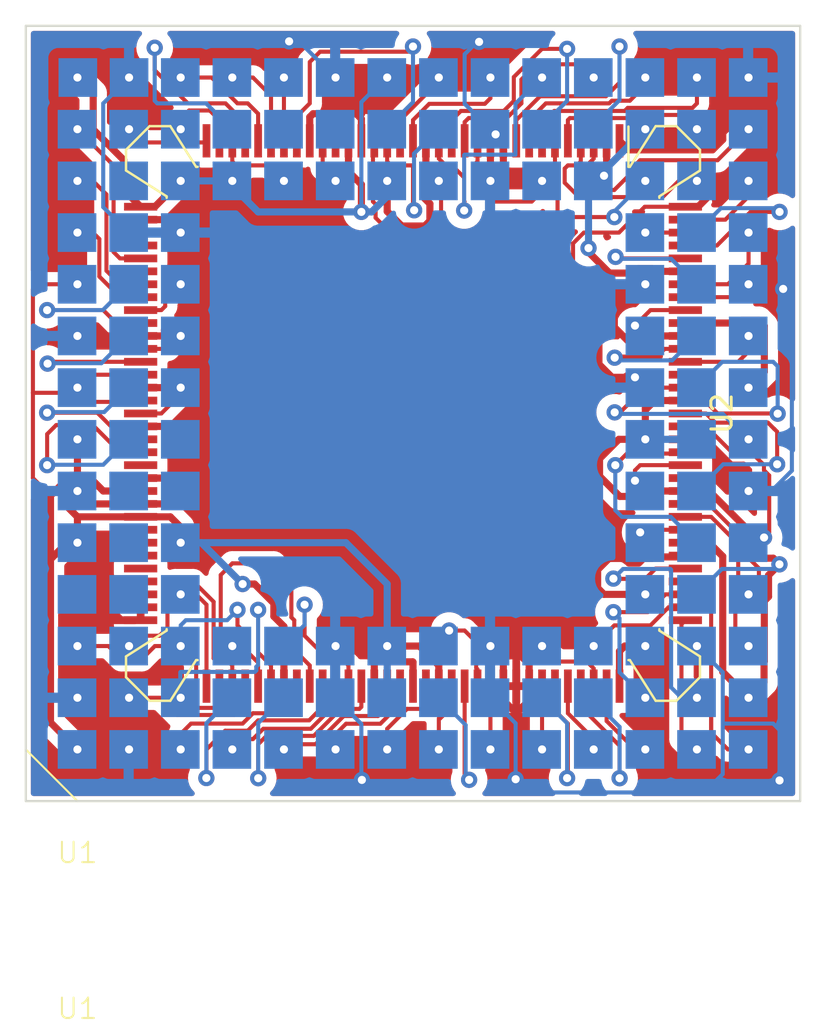
<source format=kicad_pcb>
(kicad_pcb (version 20221018) (generator pcbnew)
  (layers (0 "F.Cu" signal) (31 "B.Cu" signal) (34 "B.Paste" user) (35 "F.Paste" user) (36 "B.SilkS" user "B.Silkscreen") (37 "F.SilkS" user "F.Silkscreen") (38 "B.Mask" user) (39 "F.Mask" user) (44 "Edge.Cuts" user))
  (net 0 "")
  (net 1 "VCC")
  (net 2 "GND")
  (net 3 "/C002")
  (net 4 "/C040")
  (net 5 "/C039")
  (net 6 "/C078")
  (net 7 "/C035")
  (net 8 "/C004")
  (net 9 "/C003")
  (net 10 "/C076")
  (net 11 "/C080")
  (net 12 "/C037")
  (net 13 "/C084")
  (net 14 "/C034")
  (net 15 "/C007")
  (net 16 "/C006")
  (net 17 "/C005")
  (net 18 "/C001")
  (net 19 "/C081")
  (net 20 "/C083")
  (net 21 "/C077")
  (net 22 "/C033")
  (net 23 "/C036")
  (net 24 "/C010")
  (net 25 "/C009")
  (net 26 "/C008")
  (net 27 "/C079")
  (net 28 "/C075")
  (net 29 "/C013")
  (net 30 "/C012")
  (net 31 "/C011")
  (net 32 "/C032")
  (net 33 "/C031")
  (net 34 "/C014")
  (net 35 "/C038")
  (net 36 "/C015")
  (net 37 "/C082")
  (net 38 "/C016")
  (net 39 "/C017")
  (net 40 "/C018")
  (net 41 "/C042")
  (net 42 "/C043")
  (net 43 "/C044")
  (net 44 "/C019")
  (net 45 "/C045")
  (net 46 "/C020")
  (net 47 "/C021")
  (net 48 "/C024")
  (net 49 "/C049")
  (net 50 "/C047")
  (net 51 "/C046")
  (net 52 "/C022")
  (net 53 "/C023")
  (net 54 "/C027")
  (net 55 "/C050")
  (net 56 "/C048")
  (net 57 "/C025")
  (net 58 "/C028")
  (net 59 "/C073")
  (net 60 "/C070")
  (net 61 "/C062")
  (net 62 "/C057")
  (net 63 "/C052")
  (net 64 "/C026")
  (net 65 "/C030")
  (net 66 "/C069")
  (net 67 "/C067")
  (net 68 "/C065")
  (net 69 "/C063")
  (net 70 "/C059")
  (net 71 "/C058")
  (net 72 "/C054")
  (net 73 "/C053")
  (net 74 "/C051")
  (net 75 "/C029")
  (net 76 "/C072")
  (net 77 "/C071")
  (net 78 "/C068")
  (net 79 "/C066")
  (net 80 "/C064")
  (net 81 "/C061")
  (net 82 "/C060")
  (net 83 "/C056")
  (net 84 "/C055")
  (net 85 "/C074")
  (footprint "Package_QFP:PQFP-132_24x24mm_P0.635mm_i386" (layer "F.Cu") (at 114.3 63.5 -90)
    (fp_text reference "U2")
    (fp_text value "~")
  )
  (footprint "Custom_PGA:PGA-132_SMD" (layer "F.Cu") (at 97.79 80.01)
    (fp_text reference "U1")
    (fp_text value "~")
  )
  (gr_line (start 133.35 44.45) (end 133.35 82.55) (stroke (width 0.1)) (layer "Edge.Cuts"))
  (gr_line (start 95.25 82.55) (end 95.25 44.45) (stroke (width 0.1)) (layer "Edge.Cuts"))
  (gr_line (start 133.35 82.55) (end 95.25 82.55) (stroke (width 0.1)) (layer "Edge.Cuts"))
  (gr_line (start 95.25 44.45) (end 133.35 44.45) (stroke (width 0.1)) (layer "Edge.Cuts"))
  (segment (start 125.543016 67.577) (end 124.473 67.577) (width 0.35) (layer "F.Cu") (net 1))
  (segment (start 111.125 51.608984) (end 111.76 52.243984) (width 0.35) (layer "F.Cu") (net 1))
  (segment (start 100.9 62.865) (end 100.835 62.93) (width 0.2) (layer "F.Cu") (net 1))
  (segment (start 97.241992 66.761992) (end 97.468984 66.535) (width 0.35) (layer "F.Cu") (net 1))
  (segment (start 114.6175 74.93) (end 113.03 74.93) (width 0.35) (layer "F.Cu") (net 1))
  (segment (start 127.7 59.055) (end 130.348984 59.055) (width 0.35) (layer "F.Cu") (net 1))
  (segment (start 128.8675 67.31) (end 130.797 69.2395) (width 0.35) (layer "F.Cu") (net 1))
  (segment (start 100.835 62.93) (end 97.474 62.93) (width 0.2) (layer "F.Cu") (net 1))
  (segment (start 124.714 74.93) (end 125.73 74.93) (width 0.35) (layer "F.Cu") (net 1))
  (segment (start 131.793 71.450344) (end 132.329007 70.914337) (width 0.35) (layer "F.Cu") (net 1))
  (segment (start 131.572 76.708) (end 131.572 75.692) (width 0.35) (layer "F.Cu") (net 1))
  (segment (start 130.81 77.47) (end 131.572 76.708) (width 0.35) (layer "F.Cu") (net 1))
  (segment (start 124.46 75.184) (end 124.714 74.93) (width 0.35) (layer "F.Cu") (net 1))
  (segment (start 131.585 59.195) (end 131.585 61.455) (width 0.35) (layer "F.Cu") (net 1))
  (segment (start 96.465 70.667) (end 96.465 67.538984) (width 0.35) (layer "F.Cu") (net 1))
  (segment (start 97.79 66.535) (end 97.79 64.77) (width 0.35) (layer "F.Cu") (net 1))
  (segment (start 123.967488 56.6) (end 122.936 55.568512) (width 0.35) (layer "F.Cu") (net 1))
  (segment (start 106.506016 71.882) (end 105.918 71.882) (width 0.35) (layer "F.Cu") (net 1))
  (segment (start 113.03 53.569751) (end 113.03 52.07) (width 0.35) (layer "F.Cu") (net 1))
  (segment (start 100.076 51.054) (end 100.076 52.832) (width 0.35) (layer "F.Cu") (net 1))
  (segment (start 125.810016 67.31) (end 125.543016 67.577) (width 0.35) (layer "F.Cu") (net 1))
  (segment (start 130.797 69.2395) (end 130.797 69.917016) (width 0.35) (layer "F.Cu") (net 1))
  (segment (start 107.455 73.473016) (end 107.455 72.830984) (width 0.35) (layer "F.Cu") (net 1))
  (segment (start 114.795 52.855666) (end 115.131463 53.192129) (width 0.35) (layer "F.Cu") (net 1))
  (segment (start 115.57 76.9) (end 115.57 75.8825) (width 0.35) (layer "F.Cu") (net 1))
  (segment (start 115.131463 53.192129) (end 115.131463 54.032537) (width 0.35) (layer "F.Cu") (net 1))
  (segment (start 131.305 58.915) (end 131.585 59.195) (width 0.35) (layer "F.Cu") (net 1))
  (segment (start 111.125 50.1) (end 111.125 51.608984) (width 0.35) (layer "F.Cu") (net 1))
  (segment (start 131.585 75.679) (end 131.585 72.711016) (width 0.35) (layer "F.Cu") (net 1))
  (segment (start 98.285 66.535) (end 99.06 67.31) (width 0.35) (layer "F.Cu") (net 1))
  (segment (start 98.565 49.543) (end 100.076 51.054) (width 0.35) (layer "F.Cu") (net 1))
  (segment (start 132.377344 70.866) (end 132.329007 70.914337) (width 0.35) (layer "F.Cu") (net 1))
  (segment (start 127.7 56.515) (end 126.191016 56.515) (width 0.35) (layer "F.Cu") (net 1))
  (segment (start 114.795 51.575) (end 114.795 52.855666) (width 0.35) (layer "F.Cu") (net 1))
  (segment (start 96.465 70.667) (end 97.282 69.85) (width 0.35) (layer "F.Cu") (net 1))
  (segment (start 97.79 66.535) (end 98.285 66.535) (width 0.35) (layer "F.Cu") (net 1))
  (segment (start 126.191016 56.515) (end 126.051016 56.375) (width 0.35) (layer "F.Cu") (net 1))
  (segment (start 124.473 67.577) (end 123.47842 66.58242) (width 0.35) (layer "F.Cu") (net 1))
  (segment (start 95.6 62.484) (end 95.6 57.404) (width 0.2) (layer "F.Cu") (net 1))
  (segment (start 130.797 69.917016) (end 131.491984 70.612) (width 0.35) (layer "F.Cu") (net 1))
  (segment (start 131.793 72.503016) (end 131.793 71.450344) (width 0.35) (layer "F.Cu") (net 1))
  (segment (start 102.362 68.58) (end 102.87 69.088) (width 0.35) (layer "F.Cu") (net 1))
  (segment (start 125.810016 63.246) (end 125.73 63.246) (width 0.35) (layer "F.Cu") (net 1))
  (segment (start 100.076 52.832) (end 100.392 52.832) (width 0.35) (layer "F.Cu") (net 1))
  (segment (start 97.79 68.58) (end 100.9 68.58) (width 0.35) (layer "F.Cu") (net 1))
  (segment (start 129.54 76.2) (end 130.81 77.47) (width 0.35) (layer "F.Cu") (net 1))
  (segment (start 100.9 53.34) (end 101.6 53.34) (width 0.35) (layer "F.Cu") (net 1))
  (segment (start 95.6 66.673984) (end 96.465 67.538984) (width 0.2) (layer "F.Cu") (net 1))
  (segment (start 126.191016 62.865) (end 125.810016 63.246) (width 0.35) (layer "F.Cu") (net 1))
  (segment (start 115.131463 54.032537) (end 114.875855 54.288145) (width 0.35) (layer "F.Cu") (net 1))
  (segment (start 97.282 69.85) (end 97.79 69.85) (width 0.35) (layer "F.Cu") (net 1))
  (segment (start 97.468984 66.535) (end 97.79 66.535) (width 0.35) (layer "F.Cu") (net 1))
  (segment (start 97.015 66.988984) (end 97.241992 66.761992) (width 0.35) (layer "F.Cu") (net 1))
  (segment (start 132.02667 70.612) (end 132.329007 70.914337) (width 0.35) (layer "F.Cu") (net 1))
  (segment (start 97.474 62.93) (end 97.028 62.484) (width 0.2) (layer "F.Cu") (net 1))
  (segment (start 129.54 70.5225) (end 129.54 76.2) (width 0.35) (layer "F.Cu") (net 1))
  (segment (start 95.6 57.404) (end 95.854 57.15) (width 0.2) (layer "F.Cu") (net 1))
  (segment (start 115.57 75.8825) (end 114.6175 74.93) (width 0.35) (layer "F.Cu") (net 1))
  (segment (start 123.825 51.689) (end 123.698 51.816) (width 0.35) (layer "F.Cu") (net 1))
  (segment (start 126.051016 56.375) (end 125.408984 56.375) (width 0.35) (layer "F.Cu") (net 1))
  (segment (start 130.348984 59.055) (end 130.488984 58.915) (width 0.35) (layer "F.Cu") (net 1))
  (segment (start 97.79 46.99) (end 98.565 47.765) (width 0.35) (layer "F.Cu") (net 1))
  (segment (start 95.854 57.15) (end 97.79 57.15) (width 0.2) (layer "F.Cu") (net 1))
  (segment (start 98.565 47.765) (end 98.565 49.543) (width 0.35) (layer "F.Cu") (net 1))
  (segment (start 107.95 76.9) (end 107.95 73.968016) (width 0.35) (layer "F.Cu") (net 1))
  (segment (start 124.42893 64.77) (end 125.73 64.77) (width 0.35) (layer "F.Cu") (net 1))
  (segment (start 96.465 78.685) (end 96.465 70.667) (width 0.35) (layer "F.Cu") (net 1))
  (segment (start 127.7 62.865) (end 126.191016 62.865) (width 0.35) (layer "F.Cu") (net 1))
  (segment (start 128.8675 69.85) (end 129.54 70.5225) (width 0.35) (layer "F.Cu") (net 1))
  (segment (start 97.015 67.805) (end 97.015 66.988984) (width 0.35) (layer "F.Cu") (net 1))
  (segment (start 127.7 67.31) (end 128.8675 67.31) (width 0.35) (layer "F.Cu") (net 1))
  (segment (start 96.465 67.538984) (end 97.241992 66.761992) (width 0.35) (layer "F.Cu") (net 1))
  (segment (start 123.47842 66.58242) (end 123.47842 65.72051) (width 0.35) (layer "F.Cu") (net 1))
  (segment (start 125.408984 56.375) (end 125.183984 56.6) (width 0.35) (layer "F.Cu") (net 1))
  (segment (start 131.585 61.455) (end 130.81 62.23) (width 0.35) (layer "F.Cu") (net 1))
  (segment (start 100.392 52.832) (end 100.9 53.34) (width 0.35) (layer "F.Cu") (net 1))
  (segment (start 127.7 69.85) (end 128.8675 69.85) (width 0.35) (layer "F.Cu") (net 1))
  (segment (start 131.585 72.711016) (end 131.793 72.503016) (width 0.35) (layer "F.Cu") (net 1))
  (segment (start 125.73 63.246) (end 125.73 64.77) (width 0.35) (layer "F.Cu") (net 1))
  (segment (start 100.9 68.58) (end 102.362 68.58) (width 0.35) (layer "F.Cu") (net 1))
  (segment (start 111.76 52.243984) (end 111.76 53.594) (width 0.35) (layer "F.Cu") (net 1))
  (segment (start 131.572 75.692) (end 131.585 75.679) (width 0.35) (layer "F.Cu") (net 1))
  (segment (start 114.935 51.435) (end 114.795 51.575) (width 0.35) (layer "F.Cu") (net 1))
  (segment (start 122.936 55.568512) (end 122.936 55.372) (width 0.35) (layer "F.Cu") (net 1))
  (segment (start 107.95 73.968016) (end 107.455 73.473016) (width 0.35) (layer "F.Cu") (net 1))
  (segment (start 102.87 69.088) (end 102.87 69.85) (width 0.35) (layer "F.Cu") (net 1))
  (segment (start 107.455 72.830984) (end 106.506016 71.882) (width 0.35) (layer "F.Cu") (net 1))
  (segment (start 130.488984 58.915) (end 131.305 58.915) (width 0.35) (layer "F.Cu") (net 1))
  (segment (start 97.79 69.85) (end 97.79 68.58) (width 0.35) (layer "F.Cu") (net 1))
  (segment (start 97.79 68.58) (end 97.015 67.805) (width 0.35) (layer "F.Cu") (net 1))
  (segment (start 123.825 50.1) (end 123.825 51.689) (width 0.35) (layer "F.Cu") (net 1))
  (segment (start 114.935 50.1) (end 114.935 51.435) (width 0.35) (layer "F.Cu") (net 1))
  (segment (start 123.47842 65.72051) (end 124.42893 64.77) (width 0.35) (layer "F.Cu") (net 1))
  (segment (start 131.491984 70.612) (end 132.02667 70.612) (width 0.35) (layer "F.Cu") (net 1))
  (segment (start 124.46 76.9) (end 124.46 75.184) (width 0.35) (layer "F.Cu") (net 1))
  (segment (start 113.748394 54.288145) (end 113.03 53.569751) (width 0.35) (layer "F.Cu") (net 1))
  (segment (start 101.6 53.34) (end 102.87 52.07) (width 0.35) (layer "F.Cu") (net 1))
  (segment (start 127.7 67.31) (end 125.810016 67.31) (width 0.35) (layer "F.Cu") (net 1))
  (segment (start 125.183984 56.6) (end 123.967488 56.6) (width 0.35) (layer "F.Cu") (net 1))
  (segment (start 95.6 62.484) (end 95.6 66.673984) (width 0.2) (layer "F.Cu") (net 1))
  (segment (start 97.028 62.484) (end 95.6 62.484) (width 0.2) (layer "F.Cu") (net 1))
  (segment (start 97.79 80.01) (end 96.465 78.685) (width 0.35) (layer "F.Cu") (net 1))
  (segment (start 114.875855 54.288145) (end 113.748394 54.288145) (width 0.35) (layer "F.Cu") (net 1))
  (segment (start 99.06 67.31) (end 100.9 67.31) (width 0.35) (layer "F.Cu") (net 1))
  (via (at 97.79 80.01) (size 0.8) (drill 0.4) (layers "F.Cu" "B.Cu") (net 1))
  (via (at 123.698 51.816) (size 0.8) (drill 0.4) (layers "F.Cu" "B.Cu") (net 1))
  (via (at 102.87 69.85) (size 0.8) (drill 0.4) (layers "F.Cu" "B.Cu") (net 1))
  (via (at 97.79 46.99) (size 0.8) (drill 0.4) (layers "F.Cu" "B.Cu") (net 1))
  (via (at 97.79 64.77) (size 0.8) (drill 0.4) (layers "F.Cu" "B.Cu") (net 1))
  (via (at 125.73 64.77) (size 0.8) (drill 0.4) (layers "F.Cu" "B.Cu") (net 1))
  (via (at 111.76 53.594) (size 0.8) (drill 0.4) (layers "F.Cu" "B.Cu") (net 1))
  (via (at 113.03 46.99) (size 0.8) (drill 0.4) (layers "F.Cu" "B.Cu") (net 1))
  (via (at 132.329007 70.914337) (size 0.8) (drill 0.4) (layers "F.Cu" "B.Cu") (net 1))
  (via (at 125.73 49.53) (size 0.8) (drill 0.4) (layers "F.Cu" "B.Cu") (net 1))
  (via (at 130.81 62.23) (size 0.8) (drill 0.4) (layers "F.Cu" "B.Cu") (net 1))
  (via (at 122.936 55.372) (size 0.8) (drill 0.4) (layers "F.Cu" "B.Cu") (net 1))
  (via (at 113.03 74.93) (size 0.8) (drill 0.4) (layers "F.Cu" "B.Cu") (net 1))
  (via (at 125.73 74.93) (size 0.8) (drill 0.4) (layers "F.Cu" "B.Cu") (net 1))
  (via (at 102.87 52.07) (size 0.8) (drill 0.4) (layers "F.Cu" "B.Cu") (net 1))
  (via (at 105.41 52.07) (size 0.8) (drill 0.4) (layers "F.Cu" "B.Cu") (net 1))
  (via (at 97.79 69.85) (size 0.8) (drill 0.4) (layers "F.Cu" "B.Cu") (net 1))
  (via (at 105.918 71.882) (size 0.8) (drill 0.4) (layers "F.Cu" "B.Cu") (net 1))
  (via (at 113.03 52.07) (size 0.8) (drill 0.4) (layers "F.Cu" "B.Cu") (net 1))
  (via (at 97.79 57.15) (size 0.8) (drill 0.4) (layers "F.Cu" "B.Cu") (net 1))
  (via (at 130.81 77.47) (size 0.8) (drill 0.4) (layers "F.Cu" "B.Cu") (net 1))
  (segment (start 122.936 55.372) (end 122.936 52.304) (width 0.35) (layer "B.Cu") (net 1))
  (segment (start 105.918 71.882) (end 103.886 69.85) (width 0.35) (layer "B.Cu") (net 1))
  (segment (start 105.39 52.07) (end 102.85 52.07) (width 0.35) (layer "B.Cu") (net 1))
  (segment (start 106.68 53.594) (end 111.76 53.594) (width 0.35) (layer "B.Cu") (net 1))
  (segment (start 113.03 52.832) (end 113.03 52.07) (width 0.35) (layer "B.Cu") (net 1))
  (segment (start 103.886 69.85) (end 102.85 69.85) (width 0.35) (layer "B.Cu") (net 1))
  (segment (start 129.5 71.14) (end 132.103344 71.14) (width 0.2) (layer "B.Cu") (net 1))
  (segment (start 111.76 53.594) (end 112.268 53.594) (width 0.35) (layer "B.Cu") (net 1))
  (segment (start 113.03 77.45) (end 113.01 77.47) (width 0.35) (layer "B.Cu") (net 1))
  (segment (start 128.25 72.39) (end 129.5 71.14) (width 0.2) (layer "B.Cu") (net 1))
  (segment (start 110.998 69.85) (end 102.85 69.85) (width 0.35) (layer "B.Cu") (net 1))
  (segment (start 125.73 64.77) (end 128.25 64.77) (width 0.35) (layer "B.Cu") (net 1))
  (segment (start 105.39 52.304) (end 106.68 53.594) (width 0.35) (layer "B.Cu") (net 1))
  (segment (start 113.03 74.93) (end 113.03 71.882) (width 0.35) (layer "B.Cu") (net 1))
  (segment (start 113.03 74.93) (end 113.03 77.45) (width 0.35) (layer "B.Cu") (net 1))
  (segment (start 122.936 52.304) (end 123.17 52.07) (width 0.35) (layer "B.Cu") (net 1))
  (segment (start 113.03 46.99) (end 112.97 46.99) (width 0.2) (layer "B.Cu") (net 1))
  (segment (start 113.03 71.882) (end 110.998 69.85) (width 0.35) (layer "B.Cu") (net 1))
  (segment (start 111.76 48.2) (end 111.76 53.594) (width 0.2) (layer "B.Cu") (net 1))
  (segment (start 112.268 53.594) (end 113.03 52.832) (width 0.35) (layer "B.Cu") (net 1))
  (segment (start 123.698 51.562) (end 123.698 51.816) (width 0.35) (layer "B.Cu") (net 1))
  (segment (start 105.39 52.07) (end 105.39 52.304) (width 0.35) (layer "B.Cu") (net 1))
  (segment (start 112.97 46.99) (end 111.76 48.2) (width 0.2) (layer "B.Cu") (net 1))
  (segment (start 132.103344 71.14) (end 132.329007 70.914337) (width 0.2) (layer "B.Cu") (net 1))
  (segment (start 125.73 49.53) (end 123.698 51.562) (width 0.35) (layer "B.Cu") (net 1))
  (segment (start 124.206 59.262016) (end 124.206 58.928) (width 0.35) (layer "F.Cu") (net 2))
  (segment (start 123.384998 72.076998) (end 123.384998 71.179002) (width 0.35) (layer "F.Cu") (net 2))
  (segment (start 119.253 75.057) (end 119.126 74.93) (width 0.35) (layer "F.Cu") (net 2))
  (segment (start 102.0225 62.23) (end 100.9 62.23) (width 0.35) (layer "F.Cu") (net 2))
  (segment (start 103.645 66.281) (end 103.251 66.675) (width 0.35) (layer "F.Cu") (net 2))
  (segment (start 125.451359 60.048657) (end 124.992641 60.048657) (width 0.35) (layer "F.Cu") (net 2))
  (segment (start 103.645 66.281) (end 103.632 66.294) (width 0.35) (layer "F.Cu") (net 2))
  (segment (start 110.49 48.768) (end 111.506 48.768) (width 0.35) (layer "F.Cu") (net 2))
  (segment (start 123.447844 59.686156) (end 123.447844 59.944) (width 0.35) (layer "F.Cu") (net 2))
  (segment (start 99.949 73.66) (end 99.314 73.025) (width 0.35) (layer "F.Cu") (net 2))
  (segment (start 122.174 55.14405) (end 122.174 58.670156) (width 0.2) (layer "F.Cu") (net 2))
  (segment (start 103.251 66.675) (end 100.9 66.675) (width 0.35) (layer "F.Cu") (net 2))
  (segment (start 126.051016 70.625) (end 126.126016 70.55) (width 0.35) (layer "F.Cu") (net 2))
  (segment (start 102.0675 59.396484) (end 102.548984 58.915) (width 0.35) (layer "F.Cu") (net 2))
  (segment (start 123.939 70.625) (end 126.051016 70.625) (width 0.35) (layer "F.Cu") (net 2))
  (segment (start 120.015 76.9) (end 120.015 75.819) (width 0.35) (layer "F.Cu") (net 2))
  (segment (start 97.79 77.47) (end 97.015 76.695) (width 0.35) (layer "F.Cu") (net 2))
  (segment (start 118.11 50.1) (end 118.11 52.07) (width 0.35) (layer "F.Cu") (net 2))
  (segment (start 127.7 59.69) (end 125.810016 59.69) (width 0.35) (layer "F.Cu") (net 2))
  (segment (start 125.73 72.39) (end 123.698 72.39) (width 0.35) (layer "F.Cu") (net 2))
  (segment (start 112.395 75.565) (end 111.76 74.93) (width 0.35) (layer "F.Cu") (net 2))
  (segment (start 100.33 79.248) (end 100.33 80.01) (width 0.35) (layer "F.Cu") (net 2))
  (segment (start 120.015 77.597) (end 119.38 78.232) (width 0.35) (layer "F.Cu") (net 2))
  (segment (start 120.015 75.819) (end 119.253 75.057) (width 0.35) (layer "F.Cu") (net 2))
  (segment (start 109.3845 48.768) (end 110.49 48.768) (width 0.35) (layer "F.Cu") (net 2))
  (segment (start 119.38 75.184) (end 119.253 75.057) (width 0.35) (layer "F.Cu") (net 2))
  (segment (start 124.992641 60.048657) (end 124.206 59.262016) (width 0.35) (layer "F.Cu") (net 2))
  (segment (start 122.70805 54.61) (end 122.174 55.14405) (width 0.2) (layer "F.Cu") (net 2))
  (segment (start 103.251 64.135) (end 100.9 64.135) (width 0.35) (layer "F.Cu") (net 2))
  (segment (start 123.447844 61.07919) (end 124.090654 61.722) (width 0.35) (layer "F.Cu") (net 2))
  (segment (start 125.70395 53.34) (end 124.43395 54.61) (width 0.2) (layer "F.Cu") (net 2))
  (segment (start 114.287 75.705) (end 114.3 75.718) (width 0.35) (layer "F.Cu") (net 2))
  (segment (start 103.645 60.185) (end 102.0925 61.7375) (width 0.35) (layer "F.Cu") (net 2))
  (segment (start 103.645 63.741) (end 103.645 66.281) (width 0.35) (layer "F.Cu") (net 2))
  (segment (start 111.76 49.022) (end 111.76 50.1) (width 0.35) (layer "F.Cu") (net 2))
  (segment (start 103.505 67.945) (end 100.9 67.945) (width 0.35) (layer "F.Cu") (net 2))
  (segment (start 128.680748 64.77) (end 129.950748 66.04) (width 0.35) (layer "F.Cu") (net 2))
  (segment (start 124.43395 54.61) (end 122.70805 54.61) (width 0.2) (layer "F.Cu") (net 2))
  (segment (start 131.585 47.765) (end 130.81 46.99) (width 0.35) (layer "F.Cu") (net 2))
  (segment (start 129.143774 66.675) (end 129.778774 67.31) (width 0.35) (layer "F.Cu") (net 2))
  (segment (start 126.126016 70.55) (end 127.635 70.55) (width 0.35) (layer "F.Cu") (net 2))
  (segment (start 118.745 50.1) (end 118.745 51.435) (width 0.35) (layer "F.Cu") (net 2))
  (segment (start 118.745 77.597) (end 119.38 78.232) (width 0.35) (layer "F.Cu") (net 2))
  (segment (start 102.0675 59.69) (end 102.0675 59.396484) (width 0.35) (layer "F.Cu") (net 2))
  (segment (start 99.822 78.74) (end 100.33 79.248) (width 0.35) (layer "F.Cu") (net 2))
  (segment (start 103.645 63.741) (end 103.251 64.135) (width 0.35) (layer "F.Cu") (net 2))
  (segment (start 97.015 76.695) (end 97.015 73.419) (width 0.35) (layer "F.Cu") (net 2))
  (segment (start 130.81 66.294) (end 130.81 67.31) (width 0.35) (layer "F.Cu") (net 2))
  (segment (start 129.032 50.546) (end 129.54 50.038) (width 0.35) (layer "F.Cu") (net 2))
  (segment (start 124.206 58.928) (end 124.206 57.658) (width 0.35) (layer "F.Cu") (net 2))
  (segment (start 130.556 66.04) (end 130.81 66.294) (width 0.35) (layer "F.Cu") (net 2))
  (segment (start 124.714 57.15) (end 125.73 57.15) (width 0.35) (layer "F.Cu") (net 2))
  (segment (start 124.206 57.658) (end 124.714 57.15) (width 0.35) (layer "F.Cu") (net 2))
  (segment (start 124.906 50.546) (end 129.032 50.546) (width 0.35) (layer "F.Cu") (net 2))
  (segment (start 100.9 72.39) (end 100.9 73.66) (width 0.35) (layer "F.Cu") (net 2))
  (segment (start 100.9 59.69) (end 102.0675 59.69) (width 0.35) (layer "F.Cu") (net 2))
  (segment (start 98.425 67.945) (end 97.79 67.31) (width 0.35) (layer "F.Cu") (net 2))
  (segment (start 127.7 53.34) (end 125.70395 53.34) (width 0.2) (layer "F.Cu") (net 2))
  (segment (start 123.698 72.39) (end 123.384998 72.076998) (width 0.35) (layer "F.Cu") (net 2))
  (segment (start 124.206 58.928) (end 123.447844 59.686156) (width 0.35) (layer "F.Cu") (net 2))
  (segment (start 118.745 75.565) (end 119.253 75.057) (width 0.35) (layer "F.Cu") (net 2))
  (segment (start 120.015 76.9) (end 120.015 77.597) (width 0.35) (layer "F.Cu") (net 2))
  (segment (start 119.38 81.443678) (end 119.349909 81.473769) (width 0.35) (layer "F.Cu") (net 2))
  (segment (start 127.7 64.77) (end 128.680748 64.77) (width 0.35) (layer "F.Cu") (net 2))
  (segment (start 102.235 53.975) (end 102.87 54.61) (width 0.35) (layer "F.Cu") (net 2))
  (segment (start 129.950748 66.04) (end 130.556 66.04) (width 0.35) (layer "F.Cu") (net 2))
  (segment (start 103.365 58.915) (end 103.645 59.195) (width 0.35) (layer "F.Cu") (net 2))
  (segment (start 125.810016 59.69) (end 125.451359 60.048657) (width 0.35) (layer "F.Cu") (net 2))
  (segment (start 118.364 49.784) (end 118.745 50.1) (width 0.35) (layer "F.Cu") (net 2))
  (segment (start 128.3275 53.34) (end 131.585 50.0825) (width 0.35) (layer "F.Cu") (net 2))
  (segment (start 118.11 50.1) (end 118.364 49.784) (width 0.35) (layer "F.Cu") (net 2))
  (segment (start 99.314 73.025) (end 100.9 73.025) (width 0.35) (layer "F.Cu") (net 2))
  (segment (start 100.9 67.945) (end 98.425 67.945) (width 0.35) (layer "F.Cu") (net 2))
  (segment (start 110.49 48.768) (end 110.49 46.99) (width 0.35) (layer "F.Cu") (net 2))
  (segment (start 110.49 50.1) (end 110.49 48.768) (width 0.35) (layer "F.Cu") (net 2))
  (segment (start 119.38 76.9) (end 119.38 78.232) (width 0.35) (layer "F.Cu") (net 2))
  (segment (start 103.632 66.294) (end 103.632 67.818) (width 0.35) (layer "F.Cu") (net 2))
  (segment (start 109.22 50.1) (end 109.22 48.9325) (width 0.35) (layer "F.Cu") (net 2))
  (segment (start 122.174 58.670156) (end 123.447844 59.944) (width 0.2) (layer "F.Cu") (net 2))
  (segment (start 97.79 77.47) (end 99.06 78.74) (width 0.35) (layer "F.Cu") (net 2))
  (segment (start 102.0925 61.7375) (end 102.0925 62.16) (width 0.35) (layer "F.Cu") (net 2))
  (segment (start 100.9 72.39) (end 99.949 72.39) (width 0.35) (layer "F.Cu") (net 2))
  (segment (start 111.506 48.768) (end 111.76 49.022) (width 0.35) (layer "F.Cu") (net 2))
  (segment (start 127.635 70.55) (end 127.7 70.485) (width 0.35) (layer "F.Cu") (net 2))
  (segment (start 118.745 76.9) (end 120.015 76.9) (width 0.35) (layer "F.Cu") (net 2))
  (segment (start 112.395 75.565) (end 112.535 75.705) (width 0.35) (layer "F.Cu") (net 2))
  (segment (start 102.0925 62.16) (end 102.0225 62.23) (width 0.35) (layer "F.Cu") (net 2))
  (segment (start 103.645 59.195) (end 103.645 60.185) (width 0.35) (layer "F.Cu") (net 2))
  (segment (start 127.7 53.34) (end 128.3275 53.34) (width 0.35) (layer "F.Cu") (net 2))
  (segment (start 129.54 48.26) (end 130.81 46.99) (width 0.35) (layer "F.Cu") (net 2))
  (segment (start 118.745 51.435) (end 118.11 52.07) (width 0.35) (layer "F.Cu") (net 2))
  (segment (start 123.447844 59.944) (end 123.447844 61.07919) (width 0.35) (layer "F.Cu") (net 2))
  (segment (start 127.7 66.675) (end 129.143774 66.675) (width 0.35) (layer "F.Cu") (net 2))
  (segment (start 119.38 78.232) (end 119.38 81.443678) (width 0.35) (layer "F.Cu") (net 2))
  (segment (start 124.090654 61.722) (end 125.222 61.722) (width 0.35) (layer "F.Cu") (net 2))
  (segment (start 103.645 60.185) (end 103.645 63.741) (width 0.35) (layer "F.Cu") (net 2))
  (segment (start 109.22 48.9325) (end 109.3845 48.768) (width 0.35) (layer "F.Cu") (net 2))
  (segment (start 97.409 73.025) (end 99.314 73.025) (width 0.35) (layer "F.Cu") (net 2))
  (segment (start 97.015 73.419) (end 97.409 73.025) (width 0.35) (layer "F.Cu") (net 2))
  (segment (start 114.3 75.718) (end 114.3 76.9) (width 0.35) (layer "F.Cu") (net 2))
  (segment (start 111.76 74.93) (end 110.49 74.93) (width 0.35) (layer "F.Cu") (net 2))
  (segment (start 129.778774 67.31) (end 130.81 67.31) (width 0.35) (layer "F.Cu") (net 2))
  (segment (start 118.745 76.9) (end 118.745 75.565) (width 0.35) (layer "F.Cu") (net 2))
  (segment (start 99.949 72.39) (end 99.314 73.025) (width 0.35) (layer "F.Cu") (net 2))
  (segment (start 119.126 74.93) (end 118.11 74.93) (width 0.35) (layer "F.Cu") (net 2))
  (segment (start 102.548984 58.915) (end 103.365 58.915) (width 0.35) (layer "F.Cu") (net 2))
  (segment (start 119.38 76.9) (end 119.38 75.184) (width 0.35) (layer "F.Cu") (net 2))
  (segment (start 124.46 50.1) (end 124.906 50.546) (width 0.35) (layer "F.Cu") (net 2))
  (segment (start 103.632 67.818) (end 103.505 67.945) (width 0.35) (layer "F.Cu") (net 2))
  (segment (start 129.54 50.038) (end 129.54 48.26) (width 0.35) (layer "F.Cu") (net 2))
  (segment (start 118.745 76.9) (end 118.745 77.597) (width 0.35) (layer "F.Cu") (net 2))
  (segment (start 123.384998 71.179002) (end 123.939 70.625) (width 0.35) (layer "F.Cu") (net 2))
  (segment (start 112.395 76.9) (end 112.395 75.565) (width 0.35) (layer "F.Cu") (net 2))
  (segment (start 131.585 50.0825) (end 131.585 47.765) (width 0.35) (layer "F.Cu") (net 2))
  (segment (start 99.06 78.74) (end 99.822 78.74) (width 0.35) (layer "F.Cu") (net 2))
  (segment (start 112.535 75.705) (end 114.287 75.705) (width 0.35) (layer "F.Cu") (net 2))
  (segment (start 100.9 73.66) (end 99.949 73.66) (width 0.35) (layer "F.Cu") (net 2))
  (segment (start 100.9 53.975) (end 102.235 53.975) (width 0.35) (layer "F.Cu") (net 2))
  (segment (start 100.9 59.69) (end 97.79 59.69) (width 0.35) (layer "F.Cu") (net 2))
  (via (at 110.49 74.93) (size 0.8) (drill 0.4) (layers "F.Cu" "B.Cu") (net 2))
  (via (at 97.79 67.31) (size 0.8) (drill 0.4) (layers "F.Cu" "B.Cu") (net 2))
  (via (at 102.87 54.61) (size 0.8) (drill 0.4) (layers "F.Cu" "B.Cu") (net 2))
  (via (at 108.204 45.212) (size 0.8) (drill 0.4) (layers "F.Cu" "B.Cu") (net 2))
  (via (at 130.81 46.99) (size 0.8) (drill 0.4) (layers "F.Cu" "B.Cu") (net 2))
  (via (at 132.5118 57.3786) (size 0.8) (drill 0.4) (layers "F.Cu" "B.Cu") (net 2))
  (via (at 130.81 67.31) (size 0.8) (drill 0.4) (layers "F.Cu" "B.Cu") (net 2))
  (via (at 125.222 61.722) (size 0.8) (drill 0.4) (layers "F.Cu" "B.Cu") (net 2))
  (via (at 119.349909 81.473769) (size 0.8) (drill 0.4) (layers "F.Cu" "B.Cu") (net 2))
  (via (at 97.79 59.69) (size 0.8) (drill 0.4) (layers "F.Cu" "B.Cu") (net 2))
  (via (at 118.364 49.784) (size 0.8) (drill 0.4) (layers "F.Cu" "B.Cu") (net 2))
  (via (at 110.49 46.99) (size 0.8) (drill 0.4) (layers "F.Cu" "B.Cu") (net 2))
  (via (at 125.73 72.39) (size 0.8) (drill 0.4) (layers "F.Cu" "B.Cu") (net 2))
  (via (at 117.5512 45.2374) (size 0.8) (drill 0.4) (layers "F.Cu" "B.Cu") (net 2))
  (via (at 97.79 77.47) (size 0.8) (drill 0.4) (layers "F.Cu" "B.Cu") (net 2))
  (via (at 128.27 74.93) (size 0.8) (drill 0.4) (layers "F.Cu" "B.Cu") (net 2))
  (via (at 111.7854 81.5086) (size 0.8) (drill 0.4) (layers "F.Cu" "B.Cu") (net 2))
  (via (at 125.73 57.15) (size 0.8) (drill 0.4) (layers "F.Cu" "B.Cu") (net 2))
  (via (at 132.334 81.534) (size 0.8) (drill 0.4) (layers "F.Cu" "B.Cu") (net 2))
  (via (at 118.11 74.93) (size 0.8) (drill 0.4) (layers "F.Cu" "B.Cu") (net 2))
  (via (at 118.11 52.07) (size 0.8) (drill 0.4) (layers "F.Cu" "B.Cu") (net 2))
  (via (at 100.33 46.99) (size 0.8) (drill 0.4) (layers "F.Cu" "B.Cu") (net 2))
  (via (at 100.33 80.01) (size 0.8) (drill 0.4) (layers "F.Cu" "B.Cu") (net 2))
  (segment (start 119.349909 78.729909) (end 118.09 77.47) (width 0.2) (layer "B.Cu") (net 2))
  (segment (start 116.84 48.28) (end 116.84 45.847) (width 0.2) (layer "B.Cu") (net 2))
  (segment (start 116.84 45.847) (end 117.4496 45.2374) (width 0.2) (layer "B.Cu") (net 2))
  (segment (start 118.09 77.47) (end 118.09 74.95) (width 0.35) (layer "B.Cu") (net 2))
  (segment (start 99.06 48.26) (end 99.06 53.36) (width 0.2) (layer "B.Cu") (net 2))
  (segment (start 132.334 79.054) (end 132.334 81.534) (width 0.2) (layer "B.Cu") (net 2))
  (segment (start 118.09 49.53) (end 116.84 48.28) (width 0.2) (layer "B.Cu") (net 2))
  (segment (start 131.94 67.31) (end 132.941508 66.308492) (width 0.2) (layer "B.Cu") (net 2))
  (segment (start 110.47 77.47) (end 111.76 78.76) (width 0.2) (layer "B.Cu") (net 2))
  (segment (start 100.33 46.99) (end 99.06 48.26) (width 0.2) (layer "B.Cu") (net 2))
  (segment (start 99.06 53.36) (end 100.31 54.61) (width 0.2) (layer "B.Cu") (net 2))
  (segment (start 128.635768 82.124232) (end 120.000372 82.124232) (width 0.2) (layer "B.Cu") (net 2))
  (segment (start 120.000372 82.124232) (end 119.349909 81.473769) (width 0.2) (layer "B.Cu") (net 2))
  (segment (start 117.4496 45.2374) (end 117.5512 45.2374) (width 0.2) (layer "B.Cu") (net 2))
  (segment (start 111.76 81.4832) (end 111.7854 81.5086) (width 0.2) (layer "B.Cu") (net 2))
  (segment (start 132.941508 66.308492) (end 132.941508 57.808308) (width 0.2) (layer "B.Cu") (net 2))
  (segment (start 132.941508 57.808308) (end 132.5118 57.3786) (width 0.2) (layer "B.Cu") (net 2))
  (segment (start 118.09 74.95) (end 118.11 74.93) (width 0.35) (layer "B.Cu") (net 2))
  (segment (start 129.54 76.22) (end 129.54 78.74) (width 0.2) (layer "B.Cu") (net 2))
  (segment (start 129.54 78.74) (end 129.54 81.22) (width 0.2) (layer "B.Cu") (net 2))
  (segment (start 125.71 72.39) (end 125.82 72.39) (width 0.35) (layer "B.Cu") (net 2))
  (segment (start 108.692 45.212) (end 108.204 45.212) (width 0.2) (layer "B.Cu") (net 2))
  (segment (start 132.02 78.74) (end 132.334 79.054) (width 0.2) (layer "B.Cu") (net 2))
  (segment (start 129.54 81.22) (end 128.635768 82.124232) (width 0.2) (layer "B.Cu") (net 2))
  (segment (start 129.54 78.74) (end 132.02 78.74) (width 0.2) (layer "B.Cu") (net 2))
  (segment (start 119.349909 81.473769) (end 119.349909 78.729909) (width 0.2) (layer "B.Cu") (net 2))
  (segment (start 110.47 77.47) (end 110.47 74.93) (width 0.35) (layer "B.Cu") (net 2))
  (segment (start 111.76 78.76) (end 111.76 81.4832) (width 0.2) (layer "B.Cu") (net 2))
  (segment (start 128.25 74.93) (end 129.54 76.22) (width 0.2) (layer "B.Cu") (net 2))
  (segment (start 130.79 67.31) (end 131.94 67.31) (width 0.2) (layer "B.Cu") (net 2))
  (segment (start 110.47 46.99) (end 108.692 45.212) (width 0.2) (layer "B.Cu") (net 2))
  (segment (start 100.31 54.61) (end 102.87 54.61) (width 0.35) (layer "B.Cu") (net 2))
  (segment (start 99.964 75.58) (end 99.314 74.93) (width 0.2) (layer "F.Cu") (net 3))
  (segment (start 100.95 75.58) (end 99.964 75.58) (width 0.2) (layer "F.Cu") (net 3))
  (segment (start 103.7 77.9675) (end 103.632 77.8995) (width 0.2) (layer "F.Cu") (net 3))
  (segment (start 104.775 77.9175) (end 104.725 77.9675) (width 0.2) (layer "F.Cu") (net 3))
  (segment (start 104.725 77.9675) (end 103.7 77.9675) (width 0.2) (layer "F.Cu") (net 3))
  (segment (start 104.775 76.9) (end 104.775 77.9175) (width 0.2) (layer "F.Cu") (net 3))
  (segment (start 97.79 74.676) (end 97.79 74.93) (width 0.2) (layer "F.Cu") (net 3))
  (segment (start 103.632 77.8995) (end 103.632 74.422) (width 0.2) (layer "F.Cu") (net 3))
  (segment (start 99.314 74.93) (end 97.79 74.93) (width 0.2) (layer "F.Cu") (net 3))
  (segment (start 102.712761 74.168) (end 101.950761 74.93) (width 0.2) (layer "F.Cu") (net 3))
  (segment (start 101.6 74.93) (end 100.95 75.58) (width 0.2) (layer "F.Cu") (net 3))
  (segment (start 101.950761 74.93) (end 101.6 74.93) (width 0.2) (layer "F.Cu") (net 3))
  (segment (start 103.632 74.422) (end 103.378 74.168) (width 0.2) (layer "F.Cu") (net 3))
  (segment (start 103.378 74.168) (end 102.712761 74.168) (width 0.2) (layer "F.Cu") (net 3))
  (via (at 97.79 74.93) (size 0.8) (drill 0.4) (layers "F.Cu" "B.Cu") (net 3))
  (segment (start 100.9 61.595) (end 98.425 61.595) (width 0.2) (layer "F.Cu") (net 4))
  (segment (start 98.425 61.595) (end 97.79 62.23) (width 0.2) (layer "F.Cu") (net 4))
  (via (at 97.79 62.23) (size 0.8) (drill 0.4) (layers "F.Cu" "B.Cu") (net 4))
  (segment (start 98.868 54.926) (end 98.552 54.61) (width 0.2) (layer "F.Cu") (net 5))
  (segment (start 98.552 54.61) (end 97.79 54.61) (width 0.2) (layer "F.Cu") (net 5))
  (segment (start 99.8825 57.785) (end 98.868 56.7705) (width 0.2) (layer "F.Cu") (net 5))
  (segment (start 98.868 56.7705) (end 98.868 54.926) (width 0.2) (layer "F.Cu") (net 5))
  (segment (start 100.9 57.785) (end 99.8825 57.785) (width 0.2) (layer "F.Cu") (net 5))
  (via (at 97.79 54.61) (size 0.8) (drill 0.4) (layers "F.Cu" "B.Cu") (net 5))
  (segment (start 98.552 52.07) (end 97.79 52.07) (width 0.2) (layer "F.Cu") (net 6))
  (segment (start 99.8825 57.15) (end 99.218 56.4855) (width 0.2) (layer "F.Cu") (net 6))
  (segment (start 100.9 57.15) (end 99.8825 57.15) (width 0.2) (layer "F.Cu") (net 6))
  (segment (start 99.218 56.4855) (end 99.218 52.736) (width 0.2) (layer "F.Cu") (net 6))
  (segment (start 99.218 52.736) (end 98.552 52.07) (width 0.2) (layer "F.Cu") (net 6))
  (via (at 97.79 52.07) (size 0.8) (drill 0.4) (layers "F.Cu" "B.Cu") (net 6))
  (segment (start 99.8825 55.88) (end 100.9 55.88) (width 0.2) (layer "F.Cu") (net 7))
  (segment (start 97.79 49.53) (end 99.568 51.308) (width 0.2) (layer "F.Cu") (net 7))
  (segment (start 99.568 51.308) (end 99.568 55.5655) (width 0.2) (layer "F.Cu") (net 7))
  (segment (start 99.568 55.5655) (end 99.8825 55.88) (width 0.2) (layer "F.Cu") (net 7))
  (via (at 97.79 49.53) (size 0.8) (drill 0.4) (layers "F.Cu" "B.Cu") (net 7))
  (segment (start 102.7015 78.3175) (end 101.854 77.47) (width 0.2) (layer "F.Cu") (net 8))
  (segment (start 106.045 76.9) (end 106.045 77.7725) (width 0.2) (layer "F.Cu") (net 8))
  (segment (start 101.854 77.47) (end 100.33 77.47) (width 0.2) (layer "F.Cu") (net 8))
  (segment (start 106.045 77.7725) (end 105.5 78.3175) (width 0.2) (layer "F.Cu") (net 8))
  (segment (start 105.5 78.3175) (end 102.7015 78.3175) (width 0.2) (layer "F.Cu") (net 8))
  (via (at 100.33 77.47) (size 0.8) (drill 0.4) (layers "F.Cu" "B.Cu") (net 8))
  (segment (start 102.22 74.026) (end 102.22 72.120761) (width 0.2) (layer "F.Cu") (net 9))
  (segment (start 103.476975 71.74) (end 104.49 72.753025) (width 0.2) (layer "F.Cu") (net 9))
  (segment (start 100.33 74.93) (end 100.838 74.422) (width 0.2) (layer "F.Cu") (net 9))
  (segment (start 104.648 75.692) (end 105.2195 75.692) (width 0.2) (layer "F.Cu") (net 9))
  (segment (start 102.600761 71.74) (end 103.476975 71.74) (width 0.2) (layer "F.Cu") (net 9))
  (segment (start 104.49 72.753025) (end 104.49 75.534) (width 0.2) (layer "F.Cu") (net 9))
  (segment (start 105.41 75.8825) (end 105.41 76.9) (width 0.2) (layer "F.Cu") (net 9))
  (segment (start 100.838 74.422) (end 101.824 74.422) (width 0.2) (layer "F.Cu") (net 9))
  (segment (start 102.22 72.120761) (end 102.600761 71.74) (width 0.2) (layer "F.Cu") (net 9))
  (segment (start 101.824 74.422) (end 102.22 74.026) (width 0.2) (layer "F.Cu") (net 9))
  (segment (start 104.49 75.534) (end 104.648 75.692) (width 0.2) (layer "F.Cu") (net 9))
  (segment (start 105.2195 75.692) (end 105.41 75.8825) (width 0.2) (layer "F.Cu") (net 9))
  (via (at 100.33 74.93) (size 0.8) (drill 0.4) (layers "F.Cu" "B.Cu") (net 9))
  (segment (start 98.5475 64.07) (end 96.746 64.07) (width 0.2) (layer "F.Cu") (net 10))
  (segment (start 100.9 65.405) (end 99.8825 65.405) (width 0.2) (layer "F.Cu") (net 10))
  (segment (start 96.3 66.04) (end 96.3 64.516) (width 0.2) (layer "F.Cu") (net 10))
  (segment (start 99.8825 65.405) (end 98.5475 64.07) (width 0.2) (layer "F.Cu") (net 10))
  (segment (start 96.746 64.07) (end 96.3 64.516) (width 0.2) (layer "F.Cu") (net 10))
  (via (at 96.3 66.04) (size 0.8) (drill 0.4) (layers "F.Cu" "B.Cu") (net 10))
  (segment (start 99.06 66.02) (end 96.774 66.02) (width 0.2) (layer "B.Cu") (net 10))
  (segment (start 99.06 66.02) (end 100.31 64.77) (width 0.2) (layer "B.Cu") (net 10))
  (segment (start 96.774 66.02) (end 96.32 66.02) (width 0.2) (layer "B.Cu") (net 10))
  (segment (start 96.32 66.02) (end 96.3 66.04) (width 0.2) (layer "B.Cu") (net 10))
  (segment (start 96.3 63.462088) (end 98.768088 63.462088) (width 0.2) (layer "F.Cu") (net 11))
  (segment (start 98.768088 63.462088) (end 100.076 64.77) (width 0.2) (layer "F.Cu") (net 11))
  (segment (start 100.076 64.77) (end 100.9 64.77) (width 0.2) (layer "F.Cu") (net 11))
  (via (at 96.3 63.462088) (size 0.8) (drill 0.4) (layers "F.Cu" "B.Cu") (net 11))
  (segment (start 96.332088 63.43) (end 96.3 63.462088) (width 0.2) (layer "B.Cu") (net 11))
  (segment (start 99.11 63.43) (end 100.31 62.23) (width 0.2) (layer "B.Cu") (net 11))
  (segment (start 99.11 63.43) (end 96.332088 63.43) (width 0.2) (layer "B.Cu") (net 11))
  (segment (start 96.409957 60.96) (end 96.320777 61.04918) (width 0.2) (layer "F.Cu") (net 12))
  (segment (start 100.9 60.96) (end 96.409957 60.96) (width 0.2) (layer "F.Cu") (net 12))
  (via (at 96.320777 61.04918) (size 0.8) (drill 0.4) (layers "F.Cu" "B.Cu") (net 12))
  (segment (start 96.339957 61.03) (end 98.97 61.03) (width 0.2) (layer "B.Cu") (net 12))
  (segment (start 96.320777 61.04918) (end 96.339957 61.03) (width 0.2) (layer "B.Cu") (net 12))
  (segment (start 98.97 61.03) (end 100.31 59.69) (width 0.2) (layer "B.Cu") (net 12))
  (segment (start 98.07005 58.42) (end 96.3 58.42) (width 0.2) (layer "F.Cu") (net 13))
  (segment (start 100.9 59.055) (end 99.695 59.055) (width 0.2) (layer "F.Cu") (net 13))
  (segment (start 99.06 58.42) (end 98.07005 58.42) (width 0.2) (layer "F.Cu") (net 13))
  (segment (start 99.695 59.055) (end 99.06 58.42) (width 0.2) (layer "F.Cu") (net 13))
  (via (at 96.3 58.42) (size 0.8) (drill 0.4) (layers "F.Cu" "B.Cu") (net 13))
  (segment (start 96.3 58.42) (end 99.04 58.42) (width 0.2) (layer "B.Cu") (net 13))
  (segment (start 99.04 58.42) (end 100.31 57.15) (width 0.2) (layer "B.Cu") (net 13))
  (segment (start 104.06 50.18) (end 100.98 50.18) (width 0.2) (layer "F.Cu") (net 14))
  (segment (start 100.98 50.18) (end 100.33 49.53) (width 0.2) (layer "F.Cu") (net 14))
  (segment (start 104.14 50.1) (end 104.06 50.18) (width 0.2) (layer "F.Cu") (net 14))
  (via (at 100.33 49.53) (size 0.8) (drill 0.4) (layers "F.Cu" "B.Cu") (net 14))
  (segment (start 102.87 79.248) (end 102.87 80.01) (width 0.2) (layer "F.Cu") (net 15))
  (segment (start 108.585 77.9175) (end 108.2705 78.232) (width 0.2) (layer "F.Cu") (net 15))
  (segment (start 103.378 78.74) (end 102.87 79.248) (width 0.2) (layer "F.Cu") (net 15))
  (segment (start 108.2705 78.232) (end 106.426 78.232) (width 0.2) (layer "F.Cu") (net 15))
  (segment (start 108.585 76.9) (end 108.585 77.9175) (width 0.2) (layer "F.Cu") (net 15))
  (segment (start 105.918 78.74) (end 103.378 78.74) (width 0.2) (layer "F.Cu") (net 15))
  (segment (start 106.426 78.232) (end 105.918 78.74) (width 0.2) (layer "F.Cu") (net 15))
  (via (at 102.87 80.01) (size 0.8) (drill 0.4) (layers "F.Cu" "B.Cu") (net 15))
  (segment (start 106.68 75.2475) (end 107.315 75.8825) (width 0.2) (layer "F.Cu") (net 16))
  (segment (start 107.315 75.8825) (end 107.315 76.9) (width 0.2) (layer "F.Cu") (net 16))
  (segment (start 106.68 73.152) (end 106.68 75.2475) (width 0.2) (layer "F.Cu") (net 16))
  (via (at 102.87 77.47) (size 0.8) (drill 0.4) (layers "F.Cu" "B.Cu") (net 16))
  (via (at 106.68 73.152) (size 0.8) (drill 0.4) (layers "F.Cu" "B.Cu") (net 16))
  (segment (start 102.85 76.22) (end 102.87 76.2) (width 0.2) (layer "B.Cu") (net 16))
  (segment (start 106.59 75.946) (end 106.68 75.856) (width 0.2) (layer "B.Cu") (net 16))
  (segment (start 106.59 76.13) (end 106.59 75.946) (width 0.2) (layer "B.Cu") (net 16))
  (segment (start 106.68 75.856) (end 106.68 73.152) (width 0.2) (layer "B.Cu") (net 16))
  (segment (start 102.85 77.47) (end 102.85 76.22) (width 0.2) (layer "B.Cu") (net 16))
  (segment (start 102.87 76.2) (end 106.52 76.2) (width 0.2) (layer "B.Cu") (net 16))
  (segment (start 106.52 76.2) (end 106.59 76.13) (width 0.2) (layer "B.Cu") (net 16))
  (segment (start 106.172 74.422) (end 106.172 75.234474) (width 0.2) (layer "F.Cu") (net 17))
  (segment (start 105.664 73.914) (end 106.172 74.422) (width 0.2) (layer "F.Cu") (net 17))
  (segment (start 105.664 73.152) (end 105.664 73.914) (width 0.2) (layer "F.Cu") (net 17))
  (segment (start 106.172 75.234474) (end 106.68 75.742474) (width 0.2) (layer "F.Cu") (net 17))
  (segment (start 106.68 75.742474) (end 106.68 76.9) (width 0.2) (layer "F.Cu") (net 17))
  (via (at 105.664 73.152) (size 0.8) (drill 0.4) (layers "F.Cu" "B.Cu") (net 17))
  (via (at 102.87 74.93) (size 0.8) (drill 0.4) (layers "F.Cu" "B.Cu") (net 17))
  (segment (start 102.87 74.93) (end 102.87 73.914) (width 0.2) (layer "B.Cu") (net 17))
  (segment (start 103.124 73.66) (end 105.156 73.66) (width 0.2) (layer "B.Cu") (net 17))
  (segment (start 102.87 73.914) (end 103.124 73.66) (width 0.2) (layer "B.Cu") (net 17))
  (segment (start 105.156 73.66) (end 105.664 73.152) (width 0.2) (layer "B.Cu") (net 17))
  (segment (start 103.632 72.39) (end 102.87 72.39) (width 0.2) (layer "F.Cu") (net 18))
  (segment (start 104.14 76.9) (end 104.14 72.898) (width 0.2) (layer "F.Cu") (net 18))
  (segment (start 104.14 72.898) (end 103.632 72.39) (width 0.2) (layer "F.Cu") (net 18))
  (via (at 102.87 72.39) (size 0.8) (drill 0.4) (layers "F.Cu" "B.Cu") (net 18))
  (segment (start 100.9 63.5) (end 101.9175 63.5) (width 0.2) (layer "F.Cu") (net 19))
  (segment (start 102.87 62.5475) (end 102.87 62.23) (width 0.2) (layer "F.Cu") (net 19))
  (segment (start 101.9175 63.5) (end 102.87 62.5475) (width 0.2) (layer "F.Cu") (net 19))
  (via (at 102.87 62.23) (size 0.8) (drill 0.4) (layers "F.Cu" "B.Cu") (net 19))
  (segment (start 102.235 60.325) (end 102.87 59.69) (width 0.2) (layer "F.Cu") (net 20))
  (segment (start 100.9 60.325) (end 102.235 60.325) (width 0.2) (layer "F.Cu") (net 20))
  (via (at 102.87 59.69) (size 0.8) (drill 0.4) (layers "F.Cu" "B.Cu") (net 20))
  (segment (start 102.108 58.2295) (end 102.108 57.404) (width 0.2) (layer "F.Cu") (net 21))
  (segment (start 102.362 57.15) (end 102.87 57.15) (width 0.2) (layer "F.Cu") (net 21))
  (segment (start 102.108 57.404) (end 102.362 57.15) (width 0.2) (layer "F.Cu") (net 21))
  (segment (start 101.9175 58.42) (end 102.108 58.2295) (width 0.2) (layer "F.Cu") (net 21))
  (segment (start 100.9 58.42) (end 101.9175 58.42) (width 0.2) (layer "F.Cu") (net 21))
  (via (at 102.87 57.15) (size 0.8) (drill 0.4) (layers "F.Cu" "B.Cu") (net 21))
  (segment (start 103.282 48.61) (end 102.87 49.022) (width 0.2) (layer "F.Cu") (net 22))
  (segment (start 104.775 49.0825) (end 104.3025 48.61) (width 0.2) (layer "F.Cu") (net 22))
  (segment (start 104.3025 48.61) (end 103.282 48.61) (width 0.2) (layer "F.Cu") (net 22))
  (segment (start 104.775 50.1) (end 104.775 49.0825) (width 0.2) (layer "F.Cu") (net 22))
  (segment (start 102.87 49.022) (end 102.87 49.53) (width 0.2) (layer "F.Cu") (net 22))
  (via (at 102.87 49.53) (size 0.8) (drill 0.4) (layers "F.Cu" "B.Cu") (net 22))
  (segment (start 105.664 48.26) (end 104.394 46.99) (width 0.2) (layer "F.Cu") (net 23))
  (segment (start 106.68 50.1) (end 106.68 48.768) (width 0.2) (layer "F.Cu") (net 23))
  (segment (start 106.68 48.768) (end 106.172 48.26) (width 0.2) (layer "F.Cu") (net 23))
  (segment (start 106.172 48.26) (end 105.664 48.26) (width 0.2) (layer "F.Cu") (net 23))
  (segment (start 104.394 46.99) (end 102.87 46.99) (width 0.2) (layer "F.Cu") (net 23))
  (via (at 102.87 46.99) (size 0.8) (drill 0.4) (layers "F.Cu" "B.Cu") (net 23))
  (segment (start 110.49 77.777474) (end 109.273474 78.994) (width 0.2) (layer "F.Cu") (net 24))
  (segment (start 105.918 79.502) (end 105.41 80.01) (width 0.2) (layer "F.Cu") (net 24))
  (segment (start 110.49 76.9) (end 110.49 77.777474) (width 0.2) (layer "F.Cu") (net 24))
  (segment (start 109.273474 78.994) (end 106.934 78.994) (width 0.2) (layer "F.Cu") (net 24))
  (segment (start 106.426 79.502) (end 105.918 79.502) (width 0.2) (layer "F.Cu") (net 24))
  (segment (start 106.934 78.994) (end 106.426 79.502) (width 0.2) (layer "F.Cu") (net 24))
  (via (at 105.41 80.01) (size 0.8) (drill 0.4) (layers "F.Cu" "B.Cu") (net 24))
  (segment (start 109.855 77.9175) (end 109.855 76.9) (width 0.2) (layer "F.Cu") (net 25))
  (segment (start 104.14 81.40957) (end 104.14 80.01) (width 0.2) (layer "F.Cu") (net 25))
  (segment (start 109.1905 78.582) (end 109.50725 78.26525) (width 0.2) (layer "F.Cu") (net 25))
  (segment (start 105.06 79.09) (end 106.172 79.09) (width 0.2) (layer "F.Cu") (net 25))
  (segment (start 106.68 78.582) (end 109.1905 78.582) (width 0.2) (layer "F.Cu") (net 25))
  (segment (start 106.172 79.09) (end 106.68 78.582) (width 0.2) (layer "F.Cu") (net 25))
  (segment (start 109.50725 78.26525) (end 109.855 77.9175) (width 0.2) (layer "F.Cu") (net 25))
  (segment (start 104.14 80.01) (end 105.06 79.09) (width 0.2) (layer "F.Cu") (net 25))
  (segment (start 104.133133 81.416437) (end 104.14 81.40957) (width 0.2) (layer "F.Cu") (net 25))
  (via (at 104.133133 81.416437) (size 0.8) (drill 0.4) (layers "F.Cu" "B.Cu") (net 25))
  (segment (start 104.133133 81.416437) (end 104.133133 78.726867) (width 0.2) (layer "B.Cu") (net 25))
  (segment (start 104.133133 78.726867) (end 105.39 77.47) (width 0.2) (layer "B.Cu") (net 25))
  (segment (start 108.316 71.74) (end 108.316 73.518) (width 0.2) (layer "F.Cu") (net 26))
  (segment (start 104.84 74.36) (end 104.84 71.436) (width 0.2) (layer "F.Cu") (net 26))
  (segment (start 109.22 75.8825) (end 109.22 76.9) (width 0.2) (layer "F.Cu") (net 26))
  (segment (start 108.316 73.518) (end 108.458 73.66) (width 0.2) (layer "F.Cu") (net 26))
  (segment (start 108.458 75.1205) (end 109.22 75.8825) (width 0.2) (layer "F.Cu") (net 26))
  (segment (start 105.41 74.93) (end 104.84 74.36) (width 0.2) (layer "F.Cu") (net 26))
  (segment (start 105.41 70.866) (end 107.442 70.866) (width 0.2) (layer "F.Cu") (net 26))
  (segment (start 108.458 73.66) (end 108.458 75.1205) (width 0.2) (layer "F.Cu") (net 26))
  (segment (start 104.84 71.436) (end 105.41 70.866) (width 0.2) (layer "F.Cu") (net 26))
  (segment (start 107.442 70.866) (end 108.316 71.74) (width 0.2) (layer "F.Cu") (net 26))
  (via (at 105.41 74.93) (size 0.8) (drill 0.4) (layers "F.Cu" "B.Cu") (net 26))
  (segment (start 103.220761 48.26) (end 101.591592 46.630831) (width 0.2) (layer "F.Cu") (net 27))
  (segment (start 106.045 49.2275) (end 105.0775 48.26) (width 0.2) (layer "F.Cu") (net 27))
  (segment (start 105.0775 48.26) (end 104.648 48.26) (width 0.2) (layer "F.Cu") (net 27))
  (segment (start 101.591592 46.630831) (end 101.591592 45.52725) (width 0.2) (layer "F.Cu") (net 27))
  (segment (start 106.045 50.1) (end 106.045 49.2275) (width 0.2) (layer "F.Cu") (net 27))
  (segment (start 104.648 48.26) (end 103.220761 48.26) (width 0.2) (layer "F.Cu") (net 27))
  (via (at 101.591592 45.52725) (size 0.8) (drill 0.4) (layers "F.Cu" "B.Cu") (net 27))
  (segment (start 104.14 48.28) (end 105.39 49.53) (width 0.2) (layer "B.Cu") (net 27))
  (segment (start 101.72 48.26) (end 104.14 48.26) (width 0.2) (layer "B.Cu") (net 27))
  (segment (start 104.14 48.26) (end 104.14 48.28) (width 0.2) (layer "B.Cu") (net 27))
  (segment (start 101.591592 45.52725) (end 101.591592 48.131592) (width 0.2) (layer "B.Cu") (net 27))
  (segment (start 101.591592 48.131592) (end 101.72 48.26) (width 0.2) (layer "B.Cu") (net 27))
  (segment (start 106.426 46.99) (end 105.41 46.99) (width 0.2) (layer "F.Cu") (net 28))
  (segment (start 107.315 50.1) (end 107.315 47.879) (width 0.2) (layer "F.Cu") (net 28))
  (segment (start 107.315 47.879) (end 106.426 46.99) (width 0.2) (layer "F.Cu") (net 28))
  (via (at 105.41 46.99) (size 0.8) (drill 0.4) (layers "F.Cu" "B.Cu") (net 28))
  (segment (start 108.204 79.756) (end 107.95 80.01) (width 0.2) (layer "F.Cu") (net 29))
  (segment (start 112.579052 78.368448) (end 110.888974 78.368448) (width 0.2) (layer "F.Cu") (net 29))
  (segment (start 109.501422 79.756) (end 108.204 79.756) (width 0.2) (layer "F.Cu") (net 29))
  (segment (start 113.03 77.9175) (end 112.579052 78.368448) (width 0.2) (layer "F.Cu") (net 29))
  (segment (start 110.888974 78.368448) (end 109.501422 79.756) (width 0.2) (layer "F.Cu") (net 29))
  (segment (start 113.03 76.9) (end 113.03 77.9175) (width 0.2) (layer "F.Cu") (net 29))
  (via (at 107.95 80.01) (size 0.8) (drill 0.4) (layers "F.Cu" "B.Cu") (net 29))
  (segment (start 110.744 78.018448) (end 111.659052 78.018448) (width 0.2) (layer "F.Cu") (net 30))
  (segment (start 106.68 79.756) (end 107.092 79.344) (width 0.2) (layer "F.Cu") (net 30))
  (segment (start 106.68 81.419173) (end 106.68 79.756) (width 0.2) (layer "F.Cu") (net 30))
  (segment (start 111.76 77.9175) (end 111.76 76.9) (width 0.2) (layer "F.Cu") (net 30))
  (segment (start 107.092 79.344) (end 109.418448 79.344) (width 0.2) (layer "F.Cu") (net 30))
  (segment (start 109.418448 79.344) (end 110.744 78.018448) (width 0.2) (layer "F.Cu") (net 30))
  (segment (start 111.659052 78.018448) (end 111.76 77.9175) (width 0.2) (layer "F.Cu") (net 30))
  (segment (start 106.685059 81.424232) (end 106.68 81.419173) (width 0.2) (layer "F.Cu") (net 30))
  (via (at 106.685059 81.424232) (size 0.8) (drill 0.4) (layers "F.Cu" "B.Cu") (net 30))
  (segment (start 106.685059 81.424232) (end 106.685059 78.714941) (width 0.2) (layer "B.Cu") (net 30))
  (segment (start 106.685059 78.714941) (end 107.93 77.47) (width 0.2) (layer "B.Cu") (net 30))
  (segment (start 110.236 75.692) (end 109.22 74.676) (width 0.2) (layer "F.Cu") (net 31))
  (segment (start 108.966 74.422) (end 108.966 72.898) (width 0.2) (layer "F.Cu") (net 31))
  (segment (start 109.22 74.676) (end 108.966 74.422) (width 0.2) (layer "F.Cu") (net 31))
  (segment (start 110.9345 75.692) (end 110.236 75.692) (width 0.2) (layer "F.Cu") (net 31))
  (segment (start 111.125 76.9) (end 111.125 75.8825) (width 0.2) (layer "F.Cu") (net 31))
  (segment (start 111.125 75.8825) (end 110.9345 75.692) (width 0.2) (layer "F.Cu") (net 31))
  (via (at 108.966 72.898) (size 0.8) (drill 0.4) (layers "F.Cu" "B.Cu") (net 31))
  (segment (start 108.966 72.898) (end 108.966 73.894) (width 0.2) (layer "B.Cu") (net 31))
  (segment (start 108.966 73.894) (end 107.93 74.93) (width 0.2) (layer "B.Cu") (net 31))
  (segment (start 105.6005 51.308) (end 107.188 51.308) (width 0.2) (layer "F.Cu") (net 32))
  (segment (start 107.188 51.308) (end 107.95 52.07) (width 0.2) (layer "F.Cu") (net 32))
  (segment (start 105.41 50.1) (end 105.41 51.1175) (width 0.2) (layer "F.Cu") (net 32))
  (segment (start 105.41 51.1175) (end 105.6005 51.308) (width 0.2) (layer "F.Cu") (net 32))
  (via (at 107.95 52.07) (size 0.8) (drill 0.4) (layers "F.Cu" "B.Cu") (net 32))
  (segment (start 107.95 50.1) (end 107.95 46.99) (width 0.2) (layer "F.Cu") (net 33))
  (via (at 107.95 46.99) (size 0.8) (drill 0.4) (layers "F.Cu" "B.Cu") (net 33))
  (segment (start 110.49 79.262396) (end 111.005198 78.747198) (width 0.2) (layer "F.Cu") (net 34))
  (segment (start 113.665 77.777474) (end 113.665 76.9) (width 0.2) (layer "F.Cu") (net 34))
  (segment (start 112.695276 78.747198) (end 113.665 77.777474) (width 0.2) (layer "F.Cu") (net 34))
  (segment (start 110.49 80.01) (end 110.49 79.262396) (width 0.2) (layer "F.Cu") (net 34))
  (segment (start 111.005198 78.747198) (end 112.695276 78.747198) (width 0.2) (layer "F.Cu") (net 34))
  (via (at 110.49 80.01) (size 0.8) (drill 0.4) (layers "F.Cu" "B.Cu") (net 34))
  (segment (start 109.855 51.435) (end 110.49 52.07) (width 0.2) (layer "F.Cu") (net 35))
  (segment (start 109.855 50.1) (end 109.855 51.435) (width 0.2) (layer "F.Cu") (net 35))
  (via (at 110.49 52.07) (size 0.8) (drill 0.4) (layers "F.Cu" "B.Cu") (net 35))
  (segment (start 113.03 78.994) (end 113.03 80.01) (width 0.2) (layer "F.Cu") (net 36))
  (segment (start 114.0065 78.0175) (end 113.03 78.994) (width 0.2) (layer "F.Cu") (net 36))
  (segment (start 114.79 78.0175) (end 114.0065 78.0175) (width 0.2) (layer "F.Cu") (net 36))
  (segment (start 114.935 76.9) (end 114.935 77.8725) (width 0.2) (layer "F.Cu") (net 36))
  (segment (start 114.935 77.8725) (end 114.79 78.0175) (width 0.2) (layer "F.Cu") (net 36))
  (via (at 113.03 80.01) (size 0.8) (drill 0.4) (layers "F.Cu" "B.Cu") (net 36))
  (segment (start 109.22 48.26) (end 109.22 46.228) (width 0.2) (layer "F.Cu") (net 37))
  (segment (start 114.046 45.72) (end 114.3 45.466) (width 0.2) (layer "F.Cu") (net 37))
  (segment (start 108.585 48.895) (end 109.22 48.26) (width 0.2) (layer "F.Cu") (net 37))
  (segment (start 108.585 50.1) (end 108.585 48.895) (width 0.2) (layer "F.Cu") (net 37))
  (segment (start 109.22 46.228) (end 109.728 45.72) (width 0.2) (layer "F.Cu") (net 37))
  (segment (start 109.728 45.72) (end 114.046 45.72) (width 0.2) (layer "F.Cu") (net 37))
  (via (at 114.3 45.466) (size 0.8) (drill 0.4) (layers "F.Cu" "B.Cu") (net 37))
  (segment (start 113.01 49.49) (end 113.01 49.53) (width 0.2) (layer "B.Cu") (net 37))
  (segment (start 114.3 48.2) (end 113.01 49.49) (width 0.2) (layer "B.Cu") (net 37))
  (segment (start 114.3 45.466) (end 114.3 48.2) (width 0.2) (layer "B.Cu") (net 37))
  (segment (start 115.6365 78.486) (end 115.57 78.486) (width 0.2) (layer "F.Cu") (net 38))
  (segment (start 116.205 77.9175) (end 115.6365 78.486) (width 0.2) (layer "F.Cu") (net 38))
  (segment (start 116.205 76.9) (end 116.205 77.9175) (width 0.2) (layer "F.Cu") (net 38))
  (segment (start 115.57 78.486) (end 115.57 80.01) (width 0.2) (layer "F.Cu") (net 38))
  (via (at 115.57 80.01) (size 0.8) (drill 0.4) (layers "F.Cu" "B.Cu") (net 38))
  (segment (start 116.84 76.9) (end 116.84 81.282663) (width 0.2) (layer "F.Cu") (net 39))
  (segment (start 116.84 81.282663) (end 117.061742 81.504405) (width 0.2) (layer "F.Cu") (net 39))
  (via (at 117.061742 81.504405) (size 0.8) (drill 0.4) (layers "F.Cu" "B.Cu") (net 39))
  (segment (start 116.89 81.332663) (end 116.89 78.81) (width 0.2) (layer "B.Cu") (net 39))
  (segment (start 117.061742 81.504405) (end 116.89 81.332663) (width 0.2) (layer "B.Cu") (net 39))
  (segment (start 116.89 78.81) (end 115.55 77.47) (width 0.2) (layer "B.Cu") (net 39))
  (segment (start 117.41 74.738) (end 116.84 74.168) (width 0.2) (layer "F.Cu") (net 40))
  (segment (start 117.41 76.008) (end 117.41 74.738) (width 0.2) (layer "F.Cu") (net 40))
  (segment (start 116.84 74.168) (end 116.078 74.168) (width 0.2) (layer "F.Cu") (net 40))
  (segment (start 117.475 76.9) (end 117.475 76.073) (width 0.2) (layer "F.Cu") (net 40))
  (segment (start 117.475 76.073) (end 117.41 76.008) (width 0.2) (layer "F.Cu") (net 40))
  (via (at 116.078 74.168) (size 0.8) (drill 0.4) (layers "F.Cu" "B.Cu") (net 40))
  (segment (start 112.46 53.88395) (end 112.46 53.216) (width 0.2) (layer "F.Cu") (net 41))
  (segment (start 115.681463 54.154289) (end 114.971752 54.864) (width 0.2) (layer "F.Cu") (net 41))
  (segment (start 114.971752 54.864) (end 113.44005 54.864) (width 0.2) (layer "F.Cu") (net 41))
  (segment (start 112.33 53.086) (end 112.33 50.165) (width 0.2) (layer "F.Cu") (net 41))
  (segment (start 115.57 52.07) (end 115.681463 52.181463) (width 0.2) (layer "F.Cu") (net 41))
  (segment (start 113.44005 54.864) (end 112.46 53.88395) (width 0.2) (layer "F.Cu") (net 41))
  (segment (start 112.46 53.216) (end 112.33 53.086) (width 0.2) (layer "F.Cu") (net 41))
  (segment (start 112.33 50.165) (end 112.395 50.1) (width 0.2) (layer "F.Cu") (net 41))
  (segment (start 115.681463 52.181463) (end 115.681463 54.154289) (width 0.2) (layer "F.Cu") (net 41))
  (via (at 115.57 52.07) (size 0.8) (drill 0.4) (layers "F.Cu" "B.Cu") (net 41))
  (segment (start 114.356463 53.513145) (end 114.3 53.456682) (width 0.2) (layer "F.Cu") (net 42))
  (segment (start 114.3 51.308) (end 113.2205 51.308) (width 0.2) (layer "F.Cu") (net 42))
  (segment (start 114.3 53.456682) (end 114.3 51.308) (width 0.2) (layer "F.Cu") (net 42))
  (segment (start 113.03 51.1175) (end 113.03 50.1) (width 0.2) (layer "F.Cu") (net 42))
  (segment (start 113.2205 51.308) (end 113.03 51.1175) (width 0.2) (layer "F.Cu") (net 42))
  (via (at 114.356463 53.513145) (size 0.8) (drill 0.4) (layers "F.Cu" "B.Cu") (net 42))
  (segment (start 114.356463 53.513145) (end 114.35 53.506682) (width 0.2) (layer "B.Cu") (net 42))
  (segment (start 114.35 50.73) (end 115.55 49.53) (width 0.2) (layer "B.Cu") (net 42))
  (segment (start 114.35 53.506682) (end 114.35 50.73) (width 0.2) (layer "B.Cu") (net 42))
  (segment (start 113.665 49.0825) (end 114.9955 47.752) (width 0.2) (layer "F.Cu") (net 43))
  (segment (start 113.665 50.1) (end 113.665 49.0825) (width 0.2) (layer "F.Cu") (net 43))
  (segment (start 114.9955 47.752) (end 115.316 47.752) (width 0.2) (layer "F.Cu") (net 43))
  (segment (start 115.57 47.498) (end 115.57 46.99) (width 0.2) (layer "F.Cu") (net 43))
  (segment (start 115.316 47.752) (end 115.57 47.498) (width 0.2) (layer "F.Cu") (net 43))
  (via (at 115.57 46.99) (size 0.8) (drill 0.4) (layers "F.Cu" "B.Cu") (net 43))
  (segment (start 118.11 76.9) (end 118.11 80.01) (width 0.2) (layer "F.Cu") (net 44))
  (via (at 118.11 80.01) (size 0.8) (drill 0.4) (layers "F.Cu" "B.Cu") (net 44))
  (segment (start 114.3 50.1) (end 114.3 49.0825) (width 0.2) (layer "F.Cu") (net 45))
  (segment (start 114.3 49.0825) (end 115.1 48.2825) (width 0.2) (layer "F.Cu") (net 45))
  (segment (start 118.11 48.006) (end 118.11 46.99) (width 0.2) (layer "F.Cu") (net 45))
  (segment (start 117.8335 48.2825) (end 118.11 48.006) (width 0.2) (layer "F.Cu") (net 45))
  (segment (start 115.1 48.2825) (end 117.8335 48.2825) (width 0.2) (layer "F.Cu") (net 45))
  (via (at 118.11 46.99) (size 0.8) (drill 0.4) (layers "F.Cu" "B.Cu") (net 45))
  (segment (start 120.65 76.9) (end 120.65 80.01) (width 0.2) (layer "F.Cu") (net 46))
  (via (at 120.65 80.01) (size 0.8) (drill 0.4) (layers "F.Cu" "B.Cu") (net 46))
  (segment (start 121.92 78.74) (end 121.285 78.105) (width 0.2) (layer "F.Cu") (net 47))
  (segment (start 121.882173 81.419557) (end 121.92 81.38173) (width 0.2) (layer "F.Cu") (net 47))
  (segment (start 121.285 78.105) (end 121.285 76.9) (width 0.2) (layer "F.Cu") (net 47))
  (segment (start 121.92 81.38173) (end 121.92 78.74) (width 0.2) (layer "F.Cu") (net 47))
  (via (at 121.882173 81.419557) (size 0.8) (drill 0.4) (layers "F.Cu" "B.Cu") (net 47))
  (segment (start 121.882173 78.722173) (end 120.63 77.47) (width 0.2) (layer "B.Cu") (net 47))
  (segment (start 121.882173 81.419557) (end 121.882173 78.722173) (width 0.2) (layer "B.Cu") (net 47))
  (segment (start 121.412 75.692) (end 120.65 74.93) (width 0.2) (layer "F.Cu") (net 48))
  (segment (start 123.19 76.9) (end 123.19 76.0275) (width 0.2) (layer "F.Cu") (net 48))
  (segment (start 123.19 76.0275) (end 122.8545 75.692) (width 0.2) (layer "F.Cu") (net 48))
  (segment (start 122.8545 75.692) (end 121.412 75.692) (width 0.2) (layer "F.Cu") (net 48))
  (via (at 120.65 74.93) (size 0.8) (drill 0.4) (layers "F.Cu" "B.Cu") (net 48))
  (segment (start 117.41 51.1825) (end 117.41 52.386) (width 0.2) (layer "F.Cu") (net 49))
  (segment (start 120.142 53.086) (end 120.65 52.578) (width 0.2) (layer "F.Cu") (net 49))
  (segment (start 117.475 51.1175) (end 117.41 51.1825) (width 0.2) (layer "F.Cu") (net 49))
  (segment (start 118.11 53.086) (end 120.142 53.086) (width 0.2) (layer "F.Cu") (net 49))
  (segment (start 120.65 52.578) (end 120.65 52.07) (width 0.2) (layer "F.Cu") (net 49))
  (segment (start 117.41 52.386) (end 118.11 53.086) (width 0.2) (layer "F.Cu") (net 49))
  (segment (start 117.475 50.1) (end 117.475 51.1175) (width 0.2) (layer "F.Cu") (net 49))
  (via (at 120.65 52.07) (size 0.8) (drill 0.4) (layers "F.Cu" "B.Cu") (net 49))
  (segment (start 116.655 48.6325) (end 118.766526 48.6325) (width 0.2) (layer "F.Cu") (net 50))
  (segment (start 119.259513 48.139513) (end 119.259513 46.966274) (width 0.2) (layer "F.Cu") (net 50))
  (segment (start 120.645344 45.580443) (end 121.882173 45.580443) (width 0.2) (layer "F.Cu") (net 50))
  (segment (start 118.766526 48.6325) (end 119.259513 48.139513) (width 0.2) (layer "F.Cu") (net 50))
  (segment (start 116.205 50.1) (end 116.205 49.0825) (width 0.2) (layer "F.Cu") (net 50))
  (segment (start 116.205 49.0825) (end 116.655 48.6325) (width 0.2) (layer "F.Cu") (net 50))
  (segment (start 119.259513 46.966274) (end 120.645344 45.580443) (width 0.2) (layer "F.Cu") (net 50))
  (via (at 121.882173 45.580443) (size 0.8) (drill 0.4) (layers "F.Cu" "B.Cu") (net 50))
  (segment (start 121.882173 45.580443) (end 121.882173 48.137827) (width 0.2) (layer "B.Cu") (net 50))
  (segment (start 120.63 49.39) (end 120.63 49.53) (width 0.2) (layer "B.Cu") (net 50))
  (segment (start 121.882173 48.137827) (end 120.63 49.39) (width 0.2) (layer "B.Cu") (net 50))
  (segment (start 115.57 50.9725) (end 115.57 50.1) (width 0.2) (layer "F.Cu") (net 51))
  (segment (start 116.332 51.308) (end 115.9055 51.308) (width 0.2) (layer "F.Cu") (net 51))
  (segment (start 116.818246 53.526435) (end 116.818246 53.107754) (width 0.2) (layer "F.Cu") (net 51))
  (segment (start 116.818246 53.107754) (end 116.84 53.086) (width 0.2) (layer "F.Cu") (net 51))
  (segment (start 116.332 51.4215) (end 116.332 51.308) (width 0.2) (layer "F.Cu") (net 51))
  (segment (start 116.818246 51.907746) (end 116.332 51.4215) (width 0.2) (layer "F.Cu") (net 51))
  (segment (start 115.9055 51.308) (end 115.57 50.9725) (width 0.2) (layer "F.Cu") (net 51))
  (segment (start 116.818246 53.526435) (end 116.818246 51.907746) (width 0.2) (layer "F.Cu") (net 51))
  (via (at 120.65 46.99) (size 0.8) (drill 0.4) (layers "F.Cu" "B.Cu") (net 51))
  (via (at 116.818246 53.526435) (size 0.8) (drill 0.4) (layers "F.Cu" "B.Cu") (net 51))
  (segment (start 120.63 46.99) (end 119.34 48.28) (width 0.2) (layer "B.Cu") (net 51))
  (segment (start 119.34 50.78) (end 116.84 50.78) (width 0.2) (layer "B.Cu") (net 51))
  (segment (start 116.84 50.78) (end 116.818246 50.801754) (width 0.2) (layer "B.Cu") (net 51))
  (segment (start 116.818246 50.801754) (end 116.818246 53.526435) (width 0.2) (layer "B.Cu") (net 51))
  (segment (start 119.34 48.28) (end 119.34 50.78) (width 0.2) (layer "B.Cu") (net 51))
  (segment (start 121.92 76.9) (end 121.92 78.232) (width 0.2) (layer "F.Cu") (net 52))
  (segment (start 123.19 79.502) (end 123.19 80.01) (width 0.2) (layer "F.Cu") (net 52))
  (segment (start 121.92 78.232) (end 123.19 79.502) (width 0.2) (layer "F.Cu") (net 52))
  (via (at 123.19 80.01) (size 0.8) (drill 0.4) (layers "F.Cu" "B.Cu") (net 52))
  (segment (start 124.46 81.429291) (end 124.465059 81.424232) (width 0.2) (layer "F.Cu") (net 53))
  (segment (start 122.555 76.9) (end 122.555 77.9175) (width 0.2) (layer "F.Cu") (net 53))
  (segment (start 124.46 79.8225) (end 124.46 81.429291) (width 0.2) (layer "F.Cu") (net 53))
  (segment (start 122.555 77.9175) (end 124.46 79.8225) (width 0.2) (layer "F.Cu") (net 53))
  (via (at 124.465059 81.424232) (size 0.8) (drill 0.4) (layers "F.Cu" "B.Cu") (net 53))
  (segment (start 124.465059 81.424232) (end 124.465059 78.905059) (width 0.2) (layer "B.Cu") (net 53))
  (segment (start 123.17 77.61) (end 123.17 77.47) (width 0.2) (layer "B.Cu") (net 53))
  (segment (start 124.465059 78.905059) (end 123.17 77.61) (width 0.2) (layer "B.Cu") (net 53))
  (segment (start 124.206 73.914) (end 123.19 74.93) (width 0.2) (layer "F.Cu") (net 54))
  (segment (start 127.7 73.025) (end 126.873 73.025) (width 0.2) (layer "F.Cu") (net 54))
  (segment (start 125.984 73.914) (end 124.206 73.914) (width 0.2) (layer "F.Cu") (net 54))
  (segment (start 126.873 73.025) (end 125.984 73.914) (width 0.2) (layer "F.Cu") (net 54))
  (via (at 123.19 74.93) (size 0.8) (drill 0.4) (layers "F.Cu" "B.Cu") (net 54))
  (segment (start 120.5525 47.91) (end 123.794 47.91) (width 0.2) (layer "F.Cu") (net 55))
  (segment (start 123.952 47.752) (end 124.46 47.244) (width 0.2) (layer "F.Cu") (net 55))
  (segment (start 119.38 49.0825) (end 120.5525 47.91) (width 0.2) (layer "F.Cu") (net 55))
  (segment (start 124.46 47.244) (end 124.46 45.974) (width 0.2) (layer "F.Cu") (net 55))
  (segment (start 123.794 47.91) (end 123.952 47.752) (width 0.2) (layer "F.Cu") (net 55))
  (segment (start 124.46 45.974) (end 124.46 45.466) (width 0.2) (layer "F.Cu") (net 55))
  (segment (start 119.38 50.1) (end 119.38 49.0825) (width 0.2) (layer "F.Cu") (net 55))
  (via (at 124.46 45.466) (size 0.8) (drill 0.4) (layers "F.Cu" "B.Cu") (net 55))
  (segment (start 123.17 49.39) (end 123.17 49.53) (width 0.2) (layer "B.Cu") (net 55))
  (segment (start 124.46 48.1) (end 123.17 49.39) (width 0.2) (layer "B.Cu") (net 55))
  (segment (start 124.46 45.466) (end 124.46 48.1) (width 0.2) (layer "B.Cu") (net 55))
  (segment (start 120.380761 46.34) (end 122.54 46.34) (width 0.2) (layer "F.Cu") (net 56))
  (segment (start 119.634 48.26) (end 119.634 47.086761) (width 0.2) (layer "F.Cu") (net 56))
  (segment (start 119.634 47.086761) (end 120.380761 46.34) (width 0.2) (layer "F.Cu") (net 56))
  (segment (start 116.84 50.1) (end 116.84 49.179239) (width 0.2) (layer "F.Cu") (net 56))
  (segment (start 116.84 49.179239) (end 117.036739 48.9825) (width 0.2) (layer "F.Cu") (net 56))
  (segment (start 118.9115 48.9825) (end 119.634 48.26) (width 0.2) (layer "F.Cu") (net 56))
  (segment (start 122.54 46.34) (end 123.19 46.99) (width 0.2) (layer "F.Cu") (net 56))
  (segment (start 117.036739 48.9825) (end 118.9115 48.9825) (width 0.2) (layer "F.Cu") (net 56))
  (via (at 123.19 46.99) (size 0.8) (drill 0.4) (layers "F.Cu" "B.Cu") (net 56))
  (segment (start 125.222 80.01) (end 125.73 80.01) (width 0.2) (layer "F.Cu") (net 57))
  (segment (start 123.825 76.9) (end 123.825 78.613) (width 0.2) (layer "F.Cu") (net 57))
  (segment (start 123.825 78.613) (end 125.222 80.01) (width 0.2) (layer "F.Cu") (net 57))
  (via (at 125.73 80.01) (size 0.8) (drill 0.4) (layers "F.Cu" "B.Cu") (net 57))
  (segment (start 124.159998 73.264) (end 125.84595 73.264) (width 0.2) (layer "F.Cu") (net 58))
  (segment (start 127.7 72.39) (end 126.71995 72.39) (width 0.2) (layer "F.Cu") (net 58))
  (segment (start 126.71995 72.39) (end 125.84595 73.264) (width 0.2) (layer "F.Cu") (net 58))
  (via (at 125.73 77.47) (size 0.8) (drill 0.4) (layers "F.Cu" "B.Cu") (net 58))
  (via (at 124.159998 73.264) (size 0.8) (drill 0.4) (layers "F.Cu" "B.Cu") (net 58))
  (segment (start 124.46 76.22) (end 125.71 77.47) (width 0.2) (layer "B.Cu") (net 58))
  (segment (start 124.46 73.564002) (end 124.159998 73.264) (width 0.2) (layer "B.Cu") (net 58))
  (segment (start 124.46 73.564002) (end 124.46 76.22) (width 0.2) (layer "B.Cu") (net 58))
  (segment (start 125.603 69.215) (end 127.7 69.215) (width 0.2) (layer "F.Cu") (net 59))
  (segment (start 125.476 69.342) (end 125.603 69.215) (width 0.2) (layer "F.Cu") (net 59))
  (via (at 125.476 69.342) (size 0.8) (drill 0.4) (layers "F.Cu" "B.Cu") (net 59))
  (segment (start 125.222 66.294) (end 125.476 66.04) (width 0.2) (layer "F.Cu") (net 60))
  (segment (start 125.476 66.04) (end 127.7 66.04) (width 0.2) (layer "F.Cu") (net 60))
  (segment (start 125.222 66.802) (end 125.222 66.294) (width 0.2) (layer "F.Cu") (net 60))
  (via (at 125.222 66.802) (size 0.8) (drill 0.4) (layers "F.Cu" "B.Cu") (net 60))
  (segment (start 125.984 58.42) (end 125.222 59.182) (width 0.2) (layer "F.Cu") (net 61))
  (segment (start 127.7 58.42) (end 125.984 58.42) (width 0.2) (layer "F.Cu") (net 61))
  (via (at 125.222 59.182) (size 0.8) (drill 0.4) (layers "F.Cu" "B.Cu") (net 61))
  (segment (start 127.7 54.61) (end 125.73 54.61) (width 0.2) (layer "F.Cu") (net 62))
  (via (at 125.73 54.61) (size 0.8) (drill 0.4) (layers "F.Cu" "B.Cu") (net 62))
  (segment (start 121.412 52.324) (end 121.412 52.858014) (width 0.2) (layer "F.Cu") (net 63))
  (segment (start 121.412 51.562) (end 121.412 52.324) (width 0.2) (layer "F.Cu") (net 63))
  (segment (start 121.666 53.848) (end 121.412 53.594) (width 0.2) (layer "F.Cu") (net 63))
  (segment (start 121.285 50.1) (end 121.285 51.435) (width 0.2) (layer "F.Cu") (net 63))
  (segment (start 121.412 53.594) (end 121.412 52.324) (width 0.2) (layer "F.Cu") (net 63))
  (segment (start 124.206 53.848) (end 121.666 53.848) (width 0.2) (layer "F.Cu") (net 63))
  (segment (start 121.285 51.435) (end 121.412 51.562) (width 0.2) (layer "F.Cu") (net 63))
  (via (at 125.73 52.07) (size 0.8) (drill 0.4) (layers "F.Cu" "B.Cu") (net 63))
  (via (at 124.206 53.848) (size 0.8) (drill 0.4) (layers "F.Cu" "B.Cu") (net 63))
  (segment (start 124.206 53.574) (end 124.206 53.848) (width 0.2) (layer "B.Cu") (net 63))
  (segment (start 125.71 52.07) (end 124.206 53.574) (width 0.2) (layer "B.Cu") (net 63))
  (segment (start 128.016 80.01) (end 128.27 80.01) (width 0.2) (layer "F.Cu") (net 64))
  (segment (start 127.7 73.66) (end 127.508 73.852) (width 0.2) (layer "F.Cu") (net 64))
  (segment (start 127.508 73.852) (end 127.508 79.502) (width 0.2) (layer "F.Cu") (net 64))
  (segment (start 127.508 79.502) (end 128.016 80.01) (width 0.2) (layer "F.Cu") (net 64))
  (via (at 128.27 80.01) (size 0.8) (drill 0.4) (layers "F.Cu" "B.Cu") (net 64))
  (segment (start 126.238 71.12) (end 125.73 71.628) (width 0.2) (layer "F.Cu") (net 65))
  (segment (start 124.172998 71.628) (end 124.159998 71.615) (width 0.2) (layer "F.Cu") (net 65))
  (segment (start 127.7 71.12) (end 126.238 71.12) (width 0.2) (layer "F.Cu") (net 65))
  (segment (start 125.73 71.628) (end 124.172998 71.628) (width 0.2) (layer "F.Cu") (net 65))
  (via (at 128.27 77.47) (size 0.8) (drill 0.4) (layers "F.Cu" "B.Cu") (net 65))
  (via (at 124.159998 71.615) (size 0.8) (drill 0.4) (layers "F.Cu" "B.Cu") (net 65))
  (segment (start 126.96 71.14) (end 127 71.18) (width 0.2) (layer "B.Cu") (net 65))
  (segment (start 127 76.962) (end 127.508 77.47) (width 0.2) (layer "B.Cu") (net 65))
  (segment (start 127 71.18) (end 127 76.962) (width 0.2) (layer "B.Cu") (net 65))
  (segment (start 124.634998 71.14) (end 126.96 71.14) (width 0.2) (layer "B.Cu") (net 65))
  (segment (start 127.508 77.47) (end 128.27 77.47) (width 0.2) (layer "B.Cu") (net 65))
  (segment (start 124.159998 71.615) (end 124.634998 71.14) (width 0.2) (layer "B.Cu") (net 65))
  (segment (start 124.824946 65.47) (end 124.25342 66.041526) (width 0.2) (layer "F.Cu") (net 66))
  (segment (start 127.7 65.405) (end 127.635 65.47) (width 0.2) (layer "F.Cu") (net 66))
  (segment (start 127.635 65.47) (end 124.824946 65.47) (width 0.2) (layer "F.Cu") (net 66))
  (via (at 124.25342 66.041526) (size 0.8) (drill 0.4) (layers "F.Cu" "B.Cu") (net 66))
  (segment (start 124.25342 66.041526) (end 124.25342 68.25342) (width 0.2) (layer "B.Cu") (net 66))
  (segment (start 124.58 68.58) (end 126.98 68.58) (width 0.2) (layer "B.Cu") (net 66))
  (segment (start 124.25342 68.25342) (end 124.58 68.58) (width 0.2) (layer "B.Cu") (net 66))
  (segment (start 126.98 68.58) (end 128.25 69.85) (width 0.2) (layer "B.Cu") (net 66))
  (segment (start 132.217122 64.399122) (end 132.217122 65.996192) (width 0.2) (layer "F.Cu") (net 67))
  (segment (start 127.7 63.5) (end 128.7175 63.5) (width 0.2) (layer "F.Cu") (net 67))
  (segment (start 132.173314 66.04) (end 132.217122 65.996192) (width 0.2) (layer "F.Cu") (net 67))
  (segment (start 132.08 64.262) (end 132.217122 64.399122) (width 0.2) (layer "F.Cu") (net 67))
  (segment (start 132.074888 64.262) (end 132.08 64.262) (width 0.2) (layer "F.Cu") (net 67))
  (segment (start 131.762888 63.95) (end 132.074888 64.262) (width 0.2) (layer "F.Cu") (net 67))
  (segment (start 129.1675 63.95) (end 131.762888 63.95) (width 0.2) (layer "F.Cu") (net 67))
  (segment (start 128.7175 63.5) (end 129.1675 63.95) (width 0.2) (layer "F.Cu") (net 67))
  (via (at 132.217122 65.996192) (size 0.8) (drill 0.4) (layers "F.Cu" "B.Cu") (net 67))
  (segment (start 129.563808 65.996192) (end 128.25 67.31) (width 0.2) (layer "B.Cu") (net 67))
  (segment (start 132.217122 65.996192) (end 129.563808 65.996192) (width 0.2) (layer "B.Cu") (net 67))
  (segment (start 127.7 61.595) (end 128.7175 61.595) (width 0.2) (layer "F.Cu") (net 68))
  (segment (start 128.7175 61.595) (end 128.8175 61.695) (width 0.2) (layer "F.Cu") (net 68))
  (segment (start 128.8175 63.0315) (end 129.286 63.5) (width 0.2) (layer "F.Cu") (net 68))
  (segment (start 132.232127 63.5) (end 132.241508 63.509381) (width 0.2) (layer "F.Cu") (net 68))
  (segment (start 128.8175 62.738) (end 128.8175 63.0315) (width 0.2) (layer "F.Cu") (net 68))
  (segment (start 128.8175 61.695) (end 128.8175 62.738) (width 0.2) (layer "F.Cu") (net 68))
  (segment (start 129.286 63.5) (end 132.232127 63.5) (width 0.2) (layer "F.Cu") (net 68))
  (via (at 132.241508 63.509381) (size 0.8) (drill 0.4) (layers "F.Cu" "B.Cu") (net 68))
  (segment (start 129.52 60.96) (end 132.02 60.96) (width 0.2) (layer "B.Cu") (net 68))
  (segment (start 132.02 60.96) (end 132.241508 61.181508) (width 0.2) (layer "B.Cu") (net 68))
  (segment (start 132.241508 61.181508) (end 132.241508 63.509381) (width 0.2) (layer "B.Cu") (net 68))
  (segment (start 128.25 62.23) (end 129.52 60.96) (width 0.2) (layer "B.Cu") (net 68))
  (segment (start 126.6825 60.325) (end 126.492 60.5155) (width 0.2) (layer "F.Cu") (net 69))
  (segment (start 124.275018 60.706) (end 124.222844 60.758174) (width 0.2) (layer "F.Cu") (net 69))
  (segment (start 127.7 60.325) (end 126.6825 60.325) (width 0.2) (layer "F.Cu") (net 69))
  (segment (start 126.492 60.706) (end 124.275018 60.706) (width 0.2) (layer "F.Cu") (net 69))
  (segment (start 126.492 60.5155) (end 126.492 60.706) (width 0.2) (layer "F.Cu") (net 69))
  (via (at 124.222844 60.758174) (size 0.8) (drill 0.4) (layers "F.Cu" "B.Cu") (net 69))
  (segment (start 124.222844 60.758174) (end 124.35467 60.89) (width 0.2) (layer "B.Cu") (net 69))
  (segment (start 124.35467 60.89) (end 127.05 60.89) (width 0.2) (layer "B.Cu") (net 69))
  (segment (start 127.05 60.89) (end 128.25 59.69) (width 0.2) (layer "B.Cu") (net 69))
  (segment (start 124.343504 55.88) (end 124.266674 55.80317) (width 0.2) (layer "F.Cu") (net 70))
  (segment (start 127.7 55.88) (end 124.343504 55.88) (width 0.2) (layer "F.Cu") (net 70))
  (via (at 124.266674 55.80317) (size 0.8) (drill 0.4) (layers "F.Cu" "B.Cu") (net 70))
  (segment (start 124.363504 55.9) (end 127 55.9) (width 0.2) (layer "B.Cu") (net 70))
  (segment (start 127 55.9) (end 128.25 57.15) (width 0.2) (layer "B.Cu") (net 70))
  (segment (start 124.266674 55.80317) (end 124.363504 55.9) (width 0.2) (layer "B.Cu") (net 70))
  (segment (start 130.906761 53.594) (end 132.334 53.594) (width 0.2) (layer "F.Cu") (net 71))
  (segment (start 129.255761 55.245) (end 130.223381 54.27738) (width 0.2) (layer "F.Cu") (net 71))
  (segment (start 127.7 55.245) (end 129.255761 55.245) (width 0.2) (layer "F.Cu") (net 71))
  (segment (start 130.223381 54.27738) (end 130.906761 53.594) (width 0.2) (layer "F.Cu") (net 71))
  (via (at 132.334 53.594) (size 0.8) (drill 0.4) (layers "F.Cu" "B.Cu") (net 71))
  (segment (start 129.45 53.41) (end 128.25 54.61) (width 0.2) (layer "B.Cu") (net 71))
  (segment (start 132.15 53.41) (end 129.45 53.41) (width 0.2) (layer "B.Cu") (net 71))
  (segment (start 132.334 53.594) (end 132.15 53.41) (width 0.2) (layer "B.Cu") (net 71))
  (segment (start 126.5825 52.866) (end 127.3785 52.07) (width 0.2) (layer "F.Cu") (net 72))
  (segment (start 122.555 50.1) (end 122.49 50.165) (width 0.2) (layer "F.Cu") (net 72))
  (segment (start 121.762 51.466) (end 121.762 52.159916) (width 0.2) (layer "F.Cu") (net 72))
  (segment (start 127.3785 52.07) (end 128.27 52.07) (width 0.2) (layer "F.Cu") (net 72))
  (segment (start 122.468084 52.866) (end 126.5825 52.866) (width 0.2) (layer "F.Cu") (net 72))
  (segment (start 122.555 51.1175) (end 122.3645 51.308) (width 0.2) (layer "F.Cu") (net 72))
  (segment (start 121.92 51.308) (end 121.762 51.466) (width 0.2) (layer "F.Cu") (net 72))
  (segment (start 121.762 52.159916) (end 122.468084 52.866) (width 0.2) (layer "F.Cu") (net 72))
  (segment (start 122.3645 51.308) (end 121.92 51.308) (width 0.2) (layer "F.Cu") (net 72))
  (segment (start 122.555 50.1) (end 122.555 51.1175) (width 0.2) (layer "F.Cu") (net 72))
  (via (at 128.27 52.07) (size 0.8) (drill 0.4) (layers "F.Cu" "B.Cu") (net 72))
  (segment (start 125.16 48.83) (end 127.57 48.83) (width 0.2) (layer "F.Cu") (net 73))
  (segment (start 121.92 49.0825) (end 122.02 48.9825) (width 0.2) (layer "F.Cu") (net 73))
  (segment (start 124.968 49.022) (end 125.16 48.83) (width 0.2) (layer "F.Cu") (net 73))
  (segment (start 124.9285 48.9825) (end 124.968 49.022) (width 0.2) (layer "F.Cu") (net 73))
  (segment (start 122.02 48.9825) (end 124.9285 48.9825) (width 0.2) (layer "F.Cu") (net 73))
  (segment (start 121.92 50.1) (end 121.92 49.0825) (width 0.2) (layer "F.Cu") (net 73))
  (segment (start 127.57 48.83) (end 128.27 49.53) (width 0.2) (layer "F.Cu") (net 73))
  (via (at 128.27 49.53) (size 0.8) (drill 0.4) (layers "F.Cu" "B.Cu") (net 73))
  (segment (start 120.65 49.2275) (end 121.245 48.6325) (width 0.2) (layer "F.Cu") (net 74))
  (segment (start 124.714 48.6325) (end 124.8665 48.48) (width 0.2) (layer "F.Cu") (net 74))
  (segment (start 124.8665 48.48) (end 128.05 48.48) (width 0.2) (layer "F.Cu") (net 74))
  (segment (start 121.245 48.6325) (end 124.714 48.6325) (width 0.2) (layer "F.Cu") (net 74))
  (segment (start 128.05 48.48) (end 128.27 48.26) (width 0.2) (layer "F.Cu") (net 74))
  (segment (start 128.27 48.26) (end 128.27 46.99) (width 0.2) (layer "F.Cu") (net 74))
  (segment (start 120.65 50.1) (end 120.65 49.2275) (width 0.2) (layer "F.Cu") (net 74))
  (via (at 128.27 46.99) (size 0.8) (drill 0.4) (layers "F.Cu" "B.Cu") (net 74))
  (segment (start 128.97 78.232) (end 128.97 79.056) (width 0.2) (layer "F.Cu") (net 75))
  (segment (start 129.794 80.01) (end 128.97 79.186) (width 0.2) (layer "F.Cu") (net 75))
  (segment (start 128.97 72.0075) (end 128.97 78.232) (width 0.2) (layer "F.Cu") (net 75))
  (segment (start 127.7 71.755) (end 128.7175 71.755) (width 0.2) (layer "F.Cu") (net 75))
  (segment (start 129.794 80.01) (end 130.81 80.01) (width 0.2) (layer "F.Cu") (net 75))
  (segment (start 128.7175 71.755) (end 128.97 72.0075) (width 0.2) (layer "F.Cu") (net 75))
  (segment (start 128.97 79.186) (end 128.97 78.232) (width 0.2) (layer "F.Cu") (net 75))
  (via (at 130.81 80.01) (size 0.8) (drill 0.4) (layers "F.Cu" "B.Cu") (net 75))
  (segment (start 129.972 69.581226) (end 129.972 70.282) (width 0.2) (layer "F.Cu") (net 76))
  (segment (start 129.972 70.282) (end 130.302 70.612) (width 0.2) (layer "F.Cu") (net 76))
  (segment (start 130.16 71.77) (end 130.16 71.882) (width 0.2) (layer "F.Cu") (net 76))
  (segment (start 130.556 74.93) (end 130.81 74.93) (width 0.2) (layer "F.Cu") (net 76))
  (segment (start 130.302 71.74) (end 130.16 71.882) (width 0.2) (layer "F.Cu") (net 76))
  (segment (start 130.16 74.28) (end 130.81 74.93) (width 0.2) (layer "F.Cu") (net 76))
  (segment (start 127.7 68.58) (end 128.970774 68.58) (width 0.2) (layer "F.Cu") (net 76))
  (segment (start 128.970774 68.58) (end 129.972 69.581226) (width 0.2) (layer "F.Cu") (net 76))
  (segment (start 130.16 71.882) (end 130.16 74.28) (width 0.2) (layer "F.Cu") (net 76))
  (segment (start 130.302 70.612) (end 130.302 71.74) (width 0.2) (layer "F.Cu") (net 76))
  (via (at 130.81 74.93) (size 0.8) (drill 0.4) (layers "F.Cu" "B.Cu") (net 76))
  (segment (start 131.318 71.109768) (end 131.318 71.882) (width 0.2) (layer "F.Cu") (net 77))
  (segment (start 130.322 70.124) (end 130.81 70.612) (width 0.2) (layer "F.Cu") (net 77))
  (segment (start 128.830748 67.945) (end 130.322 69.436252) (width 0.2) (layer "F.Cu") (net 77))
  (segment (start 130.81 70.612) (end 130.820232 70.612) (width 0.2) (layer "F.Cu") (net 77))
  (segment (start 130.820232 70.612) (end 131.318 71.109768) (width 0.2) (layer "F.Cu") (net 77))
  (segment (start 130.322 69.436252) (end 130.322 70.124) (width 0.2) (layer "F.Cu") (net 77))
  (segment (start 127.7 67.945) (end 128.830748 67.945) (width 0.2) (layer "F.Cu") (net 77))
  (segment (start 131.318 71.882) (end 130.81 72.39) (width 0.2) (layer "F.Cu") (net 77))
  (via (at 130.81 72.39) (size 0.8) (drill 0.4) (layers "F.Cu" "B.Cu") (net 77))
  (segment (start 131.826 69.342) (end 131.572 69.596) (width 0.2) (layer "F.Cu") (net 78))
  (segment (start 128.7175 64.135) (end 130.0025 65.42) (width 0.2) (layer "F.Cu") (net 78))
  (segment (start 130.952 65.42) (end 131.567122 66.035122) (width 0.2) (layer "F.Cu") (net 78))
  (segment (start 127.7 64.135) (end 128.7175 64.135) (width 0.2) (layer "F.Cu") (net 78))
  (segment (start 131.567122 66.289122) (end 131.826 66.548) (width 0.2) (layer "F.Cu") (net 78))
  (segment (start 131.567122 66.035122) (end 131.567122 66.289122) (width 0.2) (layer "F.Cu") (net 78))
  (segment (start 131.826 66.548) (end 131.826 69.342) (width 0.2) (layer "F.Cu") (net 78))
  (segment (start 130.0025 65.42) (end 130.952 65.42) (width 0.2) (layer "F.Cu") (net 78))
  (via (at 131.572 69.596) (size 0.8) (drill 0.4) (layers "F.Cu" "B.Cu") (net 78))
  (segment (start 124.488674 63.445276) (end 124.221826 63.445276) (width 0.2) (layer "F.Cu") (net 79))
  (segment (start 127.7 62.23) (end 125.70395 62.23) (width 0.2) (layer "F.Cu") (net 79))
  (segment (start 125.70395 62.23) (end 124.488674 63.445276) (width 0.2) (layer "F.Cu") (net 79))
  (via (at 130.81 64.77) (size 0.8) (drill 0.4) (layers "F.Cu" "B.Cu") (net 79))
  (via (at 124.221826 63.445276) (size 0.8) (drill 0.4) (layers "F.Cu" "B.Cu") (net 79))
  (segment (start 129.54 63.52) (end 130.79 64.77) (width 0.2) (layer "B.Cu") (net 79))
  (segment (start 124.221826 63.445276) (end 124.29655 63.52) (width 0.2) (layer "B.Cu") (net 79))
  (segment (start 124.29655 63.52) (end 129.54 63.52) (width 0.2) (layer "B.Cu") (net 79))
  (segment (start 130.81 60.452) (end 130.81 59.69) (width 0.2) (layer "F.Cu") (net 80))
  (segment (start 127.7 60.96) (end 130.302 60.96) (width 0.2) (layer "F.Cu") (net 80))
  (segment (start 130.302 60.96) (end 130.81 60.452) (width 0.2) (layer "F.Cu") (net 80))
  (via (at 130.81 59.69) (size 0.8) (drill 0.4) (layers "F.Cu" "B.Cu") (net 80))
  (segment (start 127.7 57.785) (end 130.175 57.785) (width 0.2) (layer "F.Cu") (net 81))
  (segment (start 130.175 57.785) (end 130.81 57.15) (width 0.2) (layer "F.Cu") (net 81))
  (via (at 130.81 57.15) (size 0.8) (drill 0.4) (layers "F.Cu" "B.Cu") (net 81))
  (segment (start 127.7 57.15) (end 129.794 57.15) (width 0.2) (layer "F.Cu") (net 82))
  (segment (start 130.81 56.134) (end 130.81 54.61) (width 0.2) (layer "F.Cu") (net 82))
  (segment (start 129.794 57.15) (end 130.81 56.134) (width 0.2) (layer "F.Cu") (net 82))
  (via (at 130.81 54.61) (size 0.8) (drill 0.4) (layers "F.Cu" "B.Cu") (net 82))
  (segment (start 127.7 53.975) (end 129.667 53.975) (width 0.2) (layer "F.Cu") (net 83))
  (segment (start 130.81 52.832) (end 130.81 52.07) (width 0.2) (layer "F.Cu") (net 83))
  (segment (start 129.667 53.975) (end 130.81 52.832) (width 0.2) (layer "F.Cu") (net 83))
  (via (at 130.81 52.07) (size 0.8) (drill 0.4) (layers "F.Cu" "B.Cu") (net 83))
  (segment (start 123.19 50.977474) (end 123.19 50.1) (width 0.2) (layer "F.Cu") (net 84))
  (segment (start 124.206 52.516) (end 123.19 52.516) (width 0.2) (layer "F.Cu") (net 84))
  (segment (start 130.81 49.53) (end 129.286 51.054) (width 0.2) (layer "F.Cu") (net 84))
  (segment (start 123.19 52.516) (end 122.998 52.324) (width 0.2) (layer "F.Cu") (net 84))
  (segment (start 122.998 52.324) (end 122.998 51.169474) (width 0.2) (layer "F.Cu") (net 84))
  (segment (start 125.222 51.308) (end 125.222 51.5) (width 0.2) (layer "F.Cu") (net 84))
  (segment (start 125.476 51.054) (end 125.222 51.308) (width 0.2) (layer "F.Cu") (net 84))
  (segment (start 125.222 51.5) (end 124.206 52.516) (width 0.2) (layer "F.Cu") (net 84))
  (segment (start 129.286 51.054) (end 125.476 51.054) (width 0.2) (layer "F.Cu") (net 84))
  (segment (start 122.998 51.169474) (end 123.19 50.977474) (width 0.2) (layer "F.Cu") (net 84))
  (via (at 130.81 49.53) (size 0.8) (drill 0.4) (layers "F.Cu" "B.Cu") (net 84))
  (segment (start 123.952 48.26) (end 124.082 48.13) (width 0.2) (layer "F.Cu") (net 85))
  (segment (start 124.082 48.13) (end 124.968 48.13) (width 0.2) (layer "F.Cu") (net 85))
  (segment (start 125.73 47.368) (end 124.968 48.13) (width 0.2) (layer "F.Cu") (net 85))
  (segment (start 125.73 46.99) (end 125.73 47.368) (width 0.2) (layer "F.Cu") (net 85))
  (segment (start 120.015 50.1) (end 120.015 49.0825) (width 0.2) (layer "F.Cu") (net 85))
  (segment (start 120.8375 48.26) (end 123.952 48.26) (width 0.2) (layer "F.Cu") (net 85))
  (segment (start 120.015 49.0825) (end 120.8375 48.26) (width 0.2) (layer "F.Cu") (net 85))
  (via (at 125.73 46.99) (size 0.8) (drill 0.4) (layers "F.Cu" "B.Cu") (net 85))
  (zone (net 2) (net_name "GND") (layers "F&B.Cu") (connect_pads (clearance 0.5)) (min_thickness 0.25) (fill yes (thermal_gap 0.5) (thermal_bridge_width 0.5))
    (polygon (pts (xy 93.98 43.18) (xy 134.62 43.18) (xy 134.62 83.82) (xy 93.98 83.82)))
  )
)
</source>
